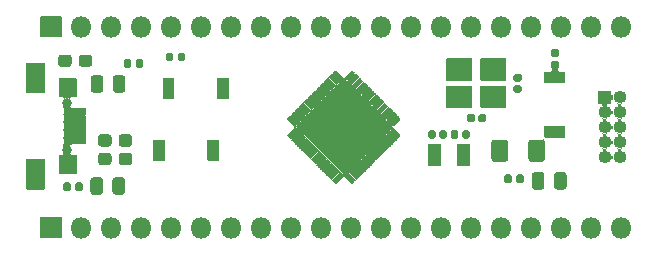
<source format=gbr>
G04 #@! TF.GenerationSoftware,KiCad,Pcbnew,(5.1.8-0-10_14)*
G04 #@! TF.CreationDate,2021-01-18T01:09:24+08:00*
G04 #@! TF.ProjectId,stm32f401_devboard,73746d33-3266-4343-9031-5f646576626f,rev?*
G04 #@! TF.SameCoordinates,Original*
G04 #@! TF.FileFunction,Soldermask,Top*
G04 #@! TF.FilePolarity,Negative*
%FSLAX46Y46*%
G04 Gerber Fmt 4.6, Leading zero omitted, Abs format (unit mm)*
G04 Created by KiCad (PCBNEW (5.1.8-0-10_14)) date 2021-01-18 01:09:24*
%MOMM*%
%LPD*%
G01*
G04 APERTURE LIST*
%ADD10O,1.802000X1.802000*%
%ADD11C,0.802024*%
%ADD12O,1.102000X1.102000*%
%ADD13C,0.100000*%
G04 APERTURE END LIST*
G36*
G01*
X142909000Y-63181756D02*
X142909000Y-61818244D01*
G75*
G02*
X143178244Y-61549000I269244J0D01*
G01*
X144066756Y-61549000D01*
G75*
G02*
X144336000Y-61818244I0J-269244D01*
G01*
X144336000Y-63181756D01*
G75*
G02*
X144066756Y-63451000I-269244J0D01*
G01*
X143178244Y-63451000D01*
G75*
G02*
X142909000Y-63181756I0J269244D01*
G01*
G37*
G36*
G01*
X139784000Y-63181756D02*
X139784000Y-61818244D01*
G75*
G02*
X140053244Y-61549000I269244J0D01*
G01*
X140941756Y-61549000D01*
G75*
G02*
X141211000Y-61818244I0J-269244D01*
G01*
X141211000Y-63181756D01*
G75*
G02*
X140941756Y-63451000I-269244J0D01*
G01*
X140053244Y-63451000D01*
G75*
G02*
X139784000Y-63181756I0J269244D01*
G01*
G37*
G36*
G01*
X145079000Y-65521750D02*
X145079000Y-64558250D01*
G75*
G02*
X145348250Y-64289000I269250J0D01*
G01*
X145886750Y-64289000D01*
G75*
G02*
X146156000Y-64558250I0J-269250D01*
G01*
X146156000Y-65521750D01*
G75*
G02*
X145886750Y-65791000I-269250J0D01*
G01*
X145348250Y-65791000D01*
G75*
G02*
X145079000Y-65521750I0J269250D01*
G01*
G37*
G36*
G01*
X143204000Y-65521750D02*
X143204000Y-64558250D01*
G75*
G02*
X143473250Y-64289000I269250J0D01*
G01*
X144011750Y-64289000D01*
G75*
G02*
X144281000Y-64558250I0J-269250D01*
G01*
X144281000Y-65521750D01*
G75*
G02*
X144011750Y-65791000I-269250J0D01*
G01*
X143473250Y-65791000D01*
G75*
G02*
X143204000Y-65521750I0J269250D01*
G01*
G37*
G36*
G01*
X106931000Y-56348250D02*
X106931000Y-57311750D01*
G75*
G02*
X106661750Y-57581000I-269250J0D01*
G01*
X106123250Y-57581000D01*
G75*
G02*
X105854000Y-57311750I0J269250D01*
G01*
X105854000Y-56348250D01*
G75*
G02*
X106123250Y-56079000I269250J0D01*
G01*
X106661750Y-56079000D01*
G75*
G02*
X106931000Y-56348250I0J-269250D01*
G01*
G37*
G36*
G01*
X108806000Y-56348250D02*
X108806000Y-57311750D01*
G75*
G02*
X108536750Y-57581000I-269250J0D01*
G01*
X107998250Y-57581000D01*
G75*
G02*
X107729000Y-57311750I0J269250D01*
G01*
X107729000Y-56348250D01*
G75*
G02*
X107998250Y-56079000I269250J0D01*
G01*
X108536750Y-56079000D01*
G75*
G02*
X108806000Y-56348250I0J-269250D01*
G01*
G37*
G36*
G01*
X107706500Y-65961750D02*
X107706500Y-64998250D01*
G75*
G02*
X107975750Y-64729000I269250J0D01*
G01*
X108514250Y-64729000D01*
G75*
G02*
X108783500Y-64998250I0J-269250D01*
G01*
X108783500Y-65961750D01*
G75*
G02*
X108514250Y-66231000I-269250J0D01*
G01*
X107975750Y-66231000D01*
G75*
G02*
X107706500Y-65961750I0J269250D01*
G01*
G37*
G36*
G01*
X105831500Y-65961750D02*
X105831500Y-64998250D01*
G75*
G02*
X106100750Y-64729000I269250J0D01*
G01*
X106639250Y-64729000D01*
G75*
G02*
X106908500Y-64998250I0J-269250D01*
G01*
X106908500Y-65961750D01*
G75*
G02*
X106639250Y-66231000I-269250J0D01*
G01*
X106100750Y-66231000D01*
G75*
G02*
X105831500Y-65961750I0J269250D01*
G01*
G37*
G36*
G01*
X116750969Y-61600002D02*
X116750969Y-63299998D01*
G75*
G02*
X116699969Y-63350998I-51000J0D01*
G01*
X115799971Y-63350998D01*
G75*
G02*
X115748971Y-63299998I0J51000D01*
G01*
X115748971Y-61600002D01*
G75*
G02*
X115799971Y-61549002I51000J0D01*
G01*
X116699969Y-61549002D01*
G75*
G02*
X116750969Y-61600002I0J-51000D01*
G01*
G37*
G36*
G01*
X112151029Y-61600002D02*
X112151029Y-63299998D01*
G75*
G02*
X112100029Y-63350998I-51000J0D01*
G01*
X111200031Y-63350998D01*
G75*
G02*
X111149031Y-63299998I0J51000D01*
G01*
X111149031Y-61600002D01*
G75*
G02*
X111200031Y-61549002I51000J0D01*
G01*
X112100029Y-61549002D01*
G75*
G02*
X112151029Y-61600002I0J-51000D01*
G01*
G37*
G36*
G01*
X144310002Y-55789031D02*
X146009998Y-55789031D01*
G75*
G02*
X146060998Y-55840031I0J-51000D01*
G01*
X146060998Y-56740029D01*
G75*
G02*
X146009998Y-56791029I-51000J0D01*
G01*
X144310002Y-56791029D01*
G75*
G02*
X144259002Y-56740029I0J51000D01*
G01*
X144259002Y-55840031D01*
G75*
G02*
X144310002Y-55789031I51000J0D01*
G01*
G37*
G36*
G01*
X144310002Y-60388971D02*
X146009998Y-60388971D01*
G75*
G02*
X146060998Y-60439971I0J-51000D01*
G01*
X146060998Y-61339969D01*
G75*
G02*
X146009998Y-61390969I-51000J0D01*
G01*
X144310002Y-61390969D01*
G75*
G02*
X144259002Y-61339969I0J51000D01*
G01*
X144259002Y-60439971D01*
G75*
G02*
X144310002Y-60388971I51000J0D01*
G01*
G37*
G36*
G01*
X144959500Y-54929000D02*
X145380500Y-54929000D01*
G75*
G02*
X145541000Y-55089500I0J-160500D01*
G01*
X145541000Y-55410500D01*
G75*
G02*
X145380500Y-55571000I-160500J0D01*
G01*
X144959500Y-55571000D01*
G75*
G02*
X144799000Y-55410500I0J160500D01*
G01*
X144799000Y-55089500D01*
G75*
G02*
X144959500Y-54929000I160500J0D01*
G01*
G37*
G36*
G01*
X144959500Y-53909000D02*
X145380500Y-53909000D01*
G75*
G02*
X145541000Y-54069500I0J-160500D01*
G01*
X145541000Y-54390500D01*
G75*
G02*
X145380500Y-54551000I-160500J0D01*
G01*
X144959500Y-54551000D01*
G75*
G02*
X144799000Y-54390500I0J160500D01*
G01*
X144799000Y-54069500D01*
G75*
G02*
X144959500Y-53909000I160500J0D01*
G01*
G37*
G36*
G01*
X141511000Y-64659500D02*
X141511000Y-65080500D01*
G75*
G02*
X141350500Y-65241000I-160500J0D01*
G01*
X141029500Y-65241000D01*
G75*
G02*
X140869000Y-65080500I0J160500D01*
G01*
X140869000Y-64659500D01*
G75*
G02*
X141029500Y-64499000I160500J0D01*
G01*
X141350500Y-64499000D01*
G75*
G02*
X141511000Y-64659500I0J-160500D01*
G01*
G37*
G36*
G01*
X142531000Y-64659500D02*
X142531000Y-65080500D01*
G75*
G02*
X142370500Y-65241000I-160500J0D01*
G01*
X142049500Y-65241000D01*
G75*
G02*
X141889000Y-65080500I0J160500D01*
G01*
X141889000Y-64659500D01*
G75*
G02*
X142049500Y-64499000I160500J0D01*
G01*
X142370500Y-64499000D01*
G75*
G02*
X142531000Y-64659500I0J-160500D01*
G01*
G37*
G36*
G01*
X109674000Y-55310500D02*
X109674000Y-54889500D01*
G75*
G02*
X109834500Y-54729000I160500J0D01*
G01*
X110155500Y-54729000D01*
G75*
G02*
X110316000Y-54889500I0J-160500D01*
G01*
X110316000Y-55310500D01*
G75*
G02*
X110155500Y-55471000I-160500J0D01*
G01*
X109834500Y-55471000D01*
G75*
G02*
X109674000Y-55310500I0J160500D01*
G01*
G37*
G36*
G01*
X108654000Y-55310500D02*
X108654000Y-54889500D01*
G75*
G02*
X108814500Y-54729000I160500J0D01*
G01*
X109135500Y-54729000D01*
G75*
G02*
X109296000Y-54889500I0J-160500D01*
G01*
X109296000Y-55310500D01*
G75*
G02*
X109135500Y-55471000I-160500J0D01*
G01*
X108814500Y-55471000D01*
G75*
G02*
X108654000Y-55310500I0J160500D01*
G01*
G37*
G36*
G01*
X104181000Y-65339500D02*
X104181000Y-65760500D01*
G75*
G02*
X104020500Y-65921000I-160500J0D01*
G01*
X103699500Y-65921000D01*
G75*
G02*
X103539000Y-65760500I0J160500D01*
G01*
X103539000Y-65339500D01*
G75*
G02*
X103699500Y-65179000I160500J0D01*
G01*
X104020500Y-65179000D01*
G75*
G02*
X104181000Y-65339500I0J-160500D01*
G01*
G37*
G36*
G01*
X105201000Y-65339500D02*
X105201000Y-65760500D01*
G75*
G02*
X105040500Y-65921000I-160500J0D01*
G01*
X104719500Y-65921000D01*
G75*
G02*
X104559000Y-65760500I0J160500D01*
G01*
X104559000Y-65339500D01*
G75*
G02*
X104719500Y-65179000I160500J0D01*
G01*
X105040500Y-65179000D01*
G75*
G02*
X105201000Y-65339500I0J-160500D01*
G01*
G37*
G36*
G01*
X112841000Y-54339500D02*
X112841000Y-54760500D01*
G75*
G02*
X112680500Y-54921000I-160500J0D01*
G01*
X112359500Y-54921000D01*
G75*
G02*
X112199000Y-54760500I0J160500D01*
G01*
X112199000Y-54339500D01*
G75*
G02*
X112359500Y-54179000I160500J0D01*
G01*
X112680500Y-54179000D01*
G75*
G02*
X112841000Y-54339500I0J-160500D01*
G01*
G37*
G36*
G01*
X113861000Y-54339500D02*
X113861000Y-54760500D01*
G75*
G02*
X113700500Y-54921000I-160500J0D01*
G01*
X113379500Y-54921000D01*
G75*
G02*
X113219000Y-54760500I0J160500D01*
G01*
X113219000Y-54339500D01*
G75*
G02*
X113379500Y-54179000I160500J0D01*
G01*
X113700500Y-54179000D01*
G75*
G02*
X113861000Y-54339500I0J-160500D01*
G01*
G37*
G36*
G01*
X135071000Y-60924500D02*
X135071000Y-61315500D01*
G75*
G02*
X134905500Y-61481000I-165500J0D01*
G01*
X134574500Y-61481000D01*
G75*
G02*
X134409000Y-61315500I0J165500D01*
G01*
X134409000Y-60924500D01*
G75*
G02*
X134574500Y-60759000I165500J0D01*
G01*
X134905500Y-60759000D01*
G75*
G02*
X135071000Y-60924500I0J-165500D01*
G01*
G37*
G36*
G01*
X136031000Y-60924500D02*
X136031000Y-61315500D01*
G75*
G02*
X135865500Y-61481000I-165500J0D01*
G01*
X135534500Y-61481000D01*
G75*
G02*
X135369000Y-61315500I0J165500D01*
G01*
X135369000Y-60924500D01*
G75*
G02*
X135534500Y-60759000I165500J0D01*
G01*
X135865500Y-60759000D01*
G75*
G02*
X136031000Y-60924500I0J-165500D01*
G01*
G37*
G36*
G01*
X137299000Y-61315500D02*
X137299000Y-60924500D01*
G75*
G02*
X137464500Y-60759000I165500J0D01*
G01*
X137795500Y-60759000D01*
G75*
G02*
X137961000Y-60924500I0J-165500D01*
G01*
X137961000Y-61315500D01*
G75*
G02*
X137795500Y-61481000I-165500J0D01*
G01*
X137464500Y-61481000D01*
G75*
G02*
X137299000Y-61315500I0J165500D01*
G01*
G37*
G36*
G01*
X136339000Y-61315500D02*
X136339000Y-60924500D01*
G75*
G02*
X136504500Y-60759000I165500J0D01*
G01*
X136835500Y-60759000D01*
G75*
G02*
X137001000Y-60924500I0J-165500D01*
G01*
X137001000Y-61315500D01*
G75*
G02*
X136835500Y-61481000I-165500J0D01*
G01*
X136504500Y-61481000D01*
G75*
G02*
X136339000Y-61315500I0J165500D01*
G01*
G37*
G36*
G01*
X142205500Y-56641000D02*
X141814500Y-56641000D01*
G75*
G02*
X141649000Y-56475500I0J165500D01*
G01*
X141649000Y-56144500D01*
G75*
G02*
X141814500Y-55979000I165500J0D01*
G01*
X142205500Y-55979000D01*
G75*
G02*
X142371000Y-56144500I0J-165500D01*
G01*
X142371000Y-56475500D01*
G75*
G02*
X142205500Y-56641000I-165500J0D01*
G01*
G37*
G36*
G01*
X142205500Y-57601000D02*
X141814500Y-57601000D01*
G75*
G02*
X141649000Y-57435500I0J165500D01*
G01*
X141649000Y-57104500D01*
G75*
G02*
X141814500Y-56939000I165500J0D01*
G01*
X142205500Y-56939000D01*
G75*
G02*
X142371000Y-57104500I0J-165500D01*
G01*
X142371000Y-57435500D01*
G75*
G02*
X142205500Y-57601000I-165500J0D01*
G01*
G37*
G36*
G01*
X138381000Y-59524500D02*
X138381000Y-59915500D01*
G75*
G02*
X138215500Y-60081000I-165500J0D01*
G01*
X137884500Y-60081000D01*
G75*
G02*
X137719000Y-59915500I0J165500D01*
G01*
X137719000Y-59524500D01*
G75*
G02*
X137884500Y-59359000I165500J0D01*
G01*
X138215500Y-59359000D01*
G75*
G02*
X138381000Y-59524500I0J-165500D01*
G01*
G37*
G36*
G01*
X139341000Y-59524500D02*
X139341000Y-59915500D01*
G75*
G02*
X139175500Y-60081000I-165500J0D01*
G01*
X138844500Y-60081000D01*
G75*
G02*
X138679000Y-59915500I0J165500D01*
G01*
X138679000Y-59524500D01*
G75*
G02*
X138844500Y-59359000I165500J0D01*
G01*
X139175500Y-59359000D01*
G75*
G02*
X139341000Y-59524500I0J-165500D01*
G01*
G37*
D10*
X150760000Y-69000000D03*
X148220000Y-69000000D03*
X145680000Y-69000000D03*
X143140000Y-69000000D03*
X140600000Y-69000000D03*
X138060000Y-69000000D03*
X135520000Y-69000000D03*
X132980000Y-69000000D03*
X130440000Y-69000000D03*
X127900000Y-69000000D03*
X125360000Y-69000000D03*
X122820000Y-69000000D03*
X120280000Y-69000000D03*
X117740000Y-69000000D03*
X115200000Y-69000000D03*
X112660000Y-69000000D03*
X110120000Y-69000000D03*
X107580000Y-69000000D03*
X105040000Y-69000000D03*
G36*
G01*
X103350000Y-69901000D02*
X101650000Y-69901000D01*
G75*
G02*
X101599000Y-69850000I0J51000D01*
G01*
X101599000Y-68150000D01*
G75*
G02*
X101650000Y-68099000I51000J0D01*
G01*
X103350000Y-68099000D01*
G75*
G02*
X103401000Y-68150000I0J-51000D01*
G01*
X103401000Y-69850000D01*
G75*
G02*
X103350000Y-69901000I-51000J0D01*
G01*
G37*
X150760000Y-52000000D03*
X148220000Y-52000000D03*
X145680000Y-52000000D03*
X143140000Y-52000000D03*
X140600000Y-52000000D03*
X138060000Y-52000000D03*
X135520000Y-52000000D03*
X132980000Y-52000000D03*
X130440000Y-52000000D03*
X127900000Y-52000000D03*
X125360000Y-52000000D03*
X122820000Y-52000000D03*
X120280000Y-52000000D03*
X117740000Y-52000000D03*
X115200000Y-52000000D03*
X112660000Y-52000000D03*
X110120000Y-52000000D03*
X107580000Y-52000000D03*
X105040000Y-52000000D03*
G36*
G01*
X103350000Y-52901000D02*
X101650000Y-52901000D01*
G75*
G02*
X101599000Y-52850000I0J51000D01*
G01*
X101599000Y-51150000D01*
G75*
G02*
X101650000Y-51099000I51000J0D01*
G01*
X103350000Y-51099000D01*
G75*
G02*
X103401000Y-51150000I0J-51000D01*
G01*
X103401000Y-52850000D01*
G75*
G02*
X103350000Y-52901000I-51000J0D01*
G01*
G37*
G36*
G01*
X111949031Y-58049998D02*
X111949031Y-56350002D01*
G75*
G02*
X112000031Y-56299002I51000J0D01*
G01*
X112900029Y-56299002D01*
G75*
G02*
X112951029Y-56350002I0J-51000D01*
G01*
X112951029Y-58049998D01*
G75*
G02*
X112900029Y-58100998I-51000J0D01*
G01*
X112000031Y-58100998D01*
G75*
G02*
X111949031Y-58049998I0J51000D01*
G01*
G37*
G36*
G01*
X116548971Y-58049998D02*
X116548971Y-56350002D01*
G75*
G02*
X116599971Y-56299002I51000J0D01*
G01*
X117499969Y-56299002D01*
G75*
G02*
X117550969Y-56350002I0J-51000D01*
G01*
X117550969Y-58049998D01*
G75*
G02*
X117499969Y-58100998I-51000J0D01*
G01*
X116599971Y-58100998D01*
G75*
G02*
X116548971Y-58049998I0J51000D01*
G01*
G37*
G36*
G01*
X104630540Y-57951068D02*
X103230492Y-57951068D01*
G75*
G02*
X103179492Y-57900068I0J51000D01*
G01*
X103179492Y-56400072D01*
G75*
G02*
X103230492Y-56349072I51000J0D01*
G01*
X104630540Y-56349072D01*
G75*
G02*
X104681540Y-56400072I0J-51000D01*
G01*
X104681540Y-57900068D01*
G75*
G02*
X104630540Y-57951068I-51000J0D01*
G01*
G37*
G36*
G01*
X104630540Y-64450928D02*
X103230492Y-64450928D01*
G75*
G02*
X103179492Y-64399928I0J51000D01*
G01*
X103179492Y-62899932D01*
G75*
G02*
X103230492Y-62848932I51000J0D01*
G01*
X104630540Y-62848932D01*
G75*
G02*
X104681540Y-62899932I0J-51000D01*
G01*
X104681540Y-64399928D01*
G75*
G02*
X104630540Y-64450928I-51000J0D01*
G01*
G37*
G36*
G01*
X100439604Y-55024078D02*
X101939600Y-55024078D01*
G75*
G02*
X101990600Y-55075078I0J-51000D01*
G01*
X101990600Y-57575078D01*
G75*
G02*
X101939600Y-57626078I-51000J0D01*
G01*
X100439604Y-57626078D01*
G75*
G02*
X100388604Y-57575078I0J51000D01*
G01*
X100388604Y-55075078D01*
G75*
G02*
X100439604Y-55024078I51000J0D01*
G01*
G37*
G36*
G01*
X100388604Y-65724922D02*
X100388604Y-63224922D01*
G75*
G02*
X100439604Y-63173922I51000J0D01*
G01*
X101939600Y-63173922D01*
G75*
G02*
X101990600Y-63224922I0J-51000D01*
G01*
X101990600Y-65724922D01*
G75*
G02*
X101939600Y-65775922I-51000J0D01*
G01*
X100439604Y-65775922D01*
G75*
G02*
X100388604Y-65724922I0J51000D01*
G01*
G37*
G36*
G01*
X105461650Y-58903585D02*
X105461650Y-59303583D01*
G75*
G02*
X105410650Y-59354583I-51000J0D01*
G01*
X103610654Y-59354583D01*
G75*
G02*
X103559654Y-59303583I0J51000D01*
G01*
X103559654Y-58903585D01*
G75*
G02*
X103610654Y-58852585I51000J0D01*
G01*
X105410650Y-58852585D01*
G75*
G02*
X105461650Y-58903585I0J-51000D01*
G01*
G37*
G36*
G01*
X105461650Y-59553825D02*
X105461650Y-59953823D01*
G75*
G02*
X105410650Y-60004823I-51000J0D01*
G01*
X103610654Y-60004823D01*
G75*
G02*
X103559654Y-59953823I0J51000D01*
G01*
X103559654Y-59553825D01*
G75*
G02*
X103610654Y-59502825I51000J0D01*
G01*
X105410650Y-59502825D01*
G75*
G02*
X105461650Y-59553825I0J-51000D01*
G01*
G37*
G36*
G01*
X105461650Y-60204065D02*
X105461650Y-60604063D01*
G75*
G02*
X105410650Y-60655063I-51000J0D01*
G01*
X103610654Y-60655063D01*
G75*
G02*
X103559654Y-60604063I0J51000D01*
G01*
X103559654Y-60204065D01*
G75*
G02*
X103610654Y-60153065I51000J0D01*
G01*
X105410650Y-60153065D01*
G75*
G02*
X105461650Y-60204065I0J-51000D01*
G01*
G37*
G36*
G01*
X105461650Y-60854305D02*
X105461650Y-61254303D01*
G75*
G02*
X105410650Y-61305303I-51000J0D01*
G01*
X103610654Y-61305303D01*
G75*
G02*
X103559654Y-61254303I0J51000D01*
G01*
X103559654Y-60854305D01*
G75*
G02*
X103610654Y-60803305I51000J0D01*
G01*
X105410650Y-60803305D01*
G75*
G02*
X105461650Y-60854305I0J-51000D01*
G01*
G37*
G36*
G01*
X105461650Y-61504545D02*
X105461650Y-61904543D01*
G75*
G02*
X105410650Y-61955543I-51000J0D01*
G01*
X103610654Y-61955543D01*
G75*
G02*
X103559654Y-61904543I0J51000D01*
G01*
X103559654Y-61504545D01*
G75*
G02*
X103610654Y-61453545I51000J0D01*
G01*
X105410650Y-61453545D01*
G75*
G02*
X105461650Y-61504545I0J-51000D01*
G01*
G37*
D11*
X103849236Y-58406100D03*
X103849236Y-62404060D03*
G36*
G01*
X134409000Y-63740000D02*
X134409000Y-61940000D01*
G75*
G02*
X134460000Y-61889000I51000J0D01*
G01*
X135460000Y-61889000D01*
G75*
G02*
X135511000Y-61940000I0J-51000D01*
G01*
X135511000Y-63740000D01*
G75*
G02*
X135460000Y-63791000I-51000J0D01*
G01*
X134460000Y-63791000D01*
G75*
G02*
X134409000Y-63740000I0J51000D01*
G01*
G37*
G36*
G01*
X136909000Y-63740000D02*
X136909000Y-61940000D01*
G75*
G02*
X136960000Y-61889000I51000J0D01*
G01*
X137960000Y-61889000D01*
G75*
G02*
X138011000Y-61940000I0J-51000D01*
G01*
X138011000Y-63740000D01*
G75*
G02*
X137960000Y-63791000I-51000J0D01*
G01*
X136960000Y-63791000D01*
G75*
G02*
X136909000Y-63740000I0J51000D01*
G01*
G37*
G36*
G01*
X135959000Y-56520000D02*
X135959000Y-54720000D01*
G75*
G02*
X136010000Y-54669000I51000J0D01*
G01*
X138110000Y-54669000D01*
G75*
G02*
X138161000Y-54720000I0J-51000D01*
G01*
X138161000Y-56520000D01*
G75*
G02*
X138110000Y-56571000I-51000J0D01*
G01*
X136010000Y-56571000D01*
G75*
G02*
X135959000Y-56520000I0J51000D01*
G01*
G37*
G36*
G01*
X138859000Y-56520000D02*
X138859000Y-54720000D01*
G75*
G02*
X138910000Y-54669000I51000J0D01*
G01*
X141010000Y-54669000D01*
G75*
G02*
X141061000Y-54720000I0J-51000D01*
G01*
X141061000Y-56520000D01*
G75*
G02*
X141010000Y-56571000I-51000J0D01*
G01*
X138910000Y-56571000D01*
G75*
G02*
X138859000Y-56520000I0J51000D01*
G01*
G37*
G36*
G01*
X138859000Y-58820000D02*
X138859000Y-57020000D01*
G75*
G02*
X138910000Y-56969000I51000J0D01*
G01*
X141010000Y-56969000D01*
G75*
G02*
X141061000Y-57020000I0J-51000D01*
G01*
X141061000Y-58820000D01*
G75*
G02*
X141010000Y-58871000I-51000J0D01*
G01*
X138910000Y-58871000D01*
G75*
G02*
X138859000Y-58820000I0J51000D01*
G01*
G37*
G36*
G01*
X135959000Y-58820000D02*
X135959000Y-57020000D01*
G75*
G02*
X136010000Y-56969000I51000J0D01*
G01*
X138110000Y-56969000D01*
G75*
G02*
X138161000Y-57020000I0J-51000D01*
G01*
X138161000Y-58820000D01*
G75*
G02*
X138110000Y-58871000I-51000J0D01*
G01*
X136010000Y-58871000D01*
G75*
G02*
X135959000Y-58820000I0J51000D01*
G01*
G37*
D12*
X149365000Y-63040000D03*
X150635000Y-63040000D03*
X149365000Y-61770000D03*
X150635000Y-61770000D03*
X149365000Y-60500000D03*
X150635000Y-60500000D03*
X149365000Y-59230000D03*
X150635000Y-59230000D03*
X150635000Y-57960000D03*
G36*
G01*
X148814000Y-58460000D02*
X148814000Y-57460000D01*
G75*
G02*
X148865000Y-57409000I51000J0D01*
G01*
X149865000Y-57409000D01*
G75*
G02*
X149916000Y-57460000I0J-51000D01*
G01*
X149916000Y-58460000D01*
G75*
G02*
X149865000Y-58511000I-51000J0D01*
G01*
X148865000Y-58511000D01*
G75*
G02*
X148814000Y-58460000I0J51000D01*
G01*
G37*
G36*
G01*
X127336062Y-56504140D02*
X131295860Y-60463938D01*
G75*
G02*
X131295860Y-60536062I-36062J-36062D01*
G01*
X127336062Y-64495860D01*
G75*
G02*
X127263938Y-64495860I-36062J36062D01*
G01*
X123304140Y-60536062D01*
G75*
G02*
X123304140Y-60463938I36062J36062D01*
G01*
X127263938Y-56504140D01*
G75*
G02*
X127336062Y-56504140I36062J-36062D01*
G01*
G37*
G36*
G01*
X131516477Y-60578489D02*
X132082870Y-61144882D01*
G75*
G02*
X132082870Y-61269332I-62225J-62225D01*
G01*
X131958419Y-61393783D01*
G75*
G02*
X131833969Y-61393783I-62225J62225D01*
G01*
X131267576Y-60827390D01*
G75*
G02*
X131267576Y-60702940I62225J62225D01*
G01*
X131392027Y-60578489D01*
G75*
G02*
X131516477Y-60578489I62225J-62225D01*
G01*
G37*
G36*
G01*
X131162924Y-60932042D02*
X131729317Y-61498435D01*
G75*
G02*
X131729317Y-61622885I-62225J-62225D01*
G01*
X131604866Y-61747336D01*
G75*
G02*
X131480416Y-61747336I-62225J62225D01*
G01*
X130914023Y-61180943D01*
G75*
G02*
X130914023Y-61056493I62225J62225D01*
G01*
X131038474Y-60932042D01*
G75*
G02*
X131162924Y-60932042I62225J-62225D01*
G01*
G37*
G36*
G01*
X130809370Y-61285596D02*
X131375763Y-61851989D01*
G75*
G02*
X131375763Y-61976439I-62225J-62225D01*
G01*
X131251312Y-62100890D01*
G75*
G02*
X131126862Y-62100890I-62225J62225D01*
G01*
X130560469Y-61534497D01*
G75*
G02*
X130560469Y-61410047I62225J62225D01*
G01*
X130684920Y-61285596D01*
G75*
G02*
X130809370Y-61285596I62225J-62225D01*
G01*
G37*
G36*
G01*
X130455817Y-61639149D02*
X131022210Y-62205542D01*
G75*
G02*
X131022210Y-62329992I-62225J-62225D01*
G01*
X130897759Y-62454443D01*
G75*
G02*
X130773309Y-62454443I-62225J62225D01*
G01*
X130206916Y-61888050D01*
G75*
G02*
X130206916Y-61763600I62225J62225D01*
G01*
X130331367Y-61639149D01*
G75*
G02*
X130455817Y-61639149I62225J-62225D01*
G01*
G37*
G36*
G01*
X130102264Y-61992702D02*
X130668657Y-62559095D01*
G75*
G02*
X130668657Y-62683545I-62225J-62225D01*
G01*
X130544206Y-62807996D01*
G75*
G02*
X130419756Y-62807996I-62225J62225D01*
G01*
X129853363Y-62241603D01*
G75*
G02*
X129853363Y-62117153I62225J62225D01*
G01*
X129977814Y-61992702D01*
G75*
G02*
X130102264Y-61992702I62225J-62225D01*
G01*
G37*
G36*
G01*
X129748710Y-62346256D02*
X130315103Y-62912649D01*
G75*
G02*
X130315103Y-63037099I-62225J-62225D01*
G01*
X130190652Y-63161550D01*
G75*
G02*
X130066202Y-63161550I-62225J62225D01*
G01*
X129499809Y-62595157D01*
G75*
G02*
X129499809Y-62470707I62225J62225D01*
G01*
X129624260Y-62346256D01*
G75*
G02*
X129748710Y-62346256I62225J-62225D01*
G01*
G37*
G36*
G01*
X129395157Y-62699809D02*
X129961550Y-63266202D01*
G75*
G02*
X129961550Y-63390652I-62225J-62225D01*
G01*
X129837099Y-63515103D01*
G75*
G02*
X129712649Y-63515103I-62225J62225D01*
G01*
X129146256Y-62948710D01*
G75*
G02*
X129146256Y-62824260I62225J62225D01*
G01*
X129270707Y-62699809D01*
G75*
G02*
X129395157Y-62699809I62225J-62225D01*
G01*
G37*
G36*
G01*
X129041603Y-63053363D02*
X129607996Y-63619756D01*
G75*
G02*
X129607996Y-63744206I-62225J-62225D01*
G01*
X129483545Y-63868657D01*
G75*
G02*
X129359095Y-63868657I-62225J62225D01*
G01*
X128792702Y-63302264D01*
G75*
G02*
X128792702Y-63177814I62225J62225D01*
G01*
X128917153Y-63053363D01*
G75*
G02*
X129041603Y-63053363I62225J-62225D01*
G01*
G37*
G36*
G01*
X128688050Y-63406916D02*
X129254443Y-63973309D01*
G75*
G02*
X129254443Y-64097759I-62225J-62225D01*
G01*
X129129992Y-64222210D01*
G75*
G02*
X129005542Y-64222210I-62225J62225D01*
G01*
X128439149Y-63655817D01*
G75*
G02*
X128439149Y-63531367I62225J62225D01*
G01*
X128563600Y-63406916D01*
G75*
G02*
X128688050Y-63406916I62225J-62225D01*
G01*
G37*
G36*
G01*
X128334497Y-63760469D02*
X128900890Y-64326862D01*
G75*
G02*
X128900890Y-64451312I-62225J-62225D01*
G01*
X128776439Y-64575763D01*
G75*
G02*
X128651989Y-64575763I-62225J62225D01*
G01*
X128085596Y-64009370D01*
G75*
G02*
X128085596Y-63884920I62225J62225D01*
G01*
X128210047Y-63760469D01*
G75*
G02*
X128334497Y-63760469I62225J-62225D01*
G01*
G37*
G36*
G01*
X127980943Y-64114023D02*
X128547336Y-64680416D01*
G75*
G02*
X128547336Y-64804866I-62225J-62225D01*
G01*
X128422885Y-64929317D01*
G75*
G02*
X128298435Y-64929317I-62225J62225D01*
G01*
X127732042Y-64362924D01*
G75*
G02*
X127732042Y-64238474I62225J62225D01*
G01*
X127856493Y-64114023D01*
G75*
G02*
X127980943Y-64114023I62225J-62225D01*
G01*
G37*
G36*
G01*
X127627390Y-64467576D02*
X128193783Y-65033969D01*
G75*
G02*
X128193783Y-65158419I-62225J-62225D01*
G01*
X128069332Y-65282870D01*
G75*
G02*
X127944882Y-65282870I-62225J62225D01*
G01*
X127378489Y-64716477D01*
G75*
G02*
X127378489Y-64592027I62225J62225D01*
G01*
X127502940Y-64467576D01*
G75*
G02*
X127627390Y-64467576I62225J-62225D01*
G01*
G37*
G36*
G01*
X127097060Y-64467576D02*
X127221511Y-64592027D01*
G75*
G02*
X127221511Y-64716477I-62225J-62225D01*
G01*
X126655118Y-65282870D01*
G75*
G02*
X126530668Y-65282870I-62225J62225D01*
G01*
X126406217Y-65158419D01*
G75*
G02*
X126406217Y-65033969I62225J62225D01*
G01*
X126972610Y-64467576D01*
G75*
G02*
X127097060Y-64467576I62225J-62225D01*
G01*
G37*
G36*
G01*
X126743507Y-64114023D02*
X126867958Y-64238474D01*
G75*
G02*
X126867958Y-64362924I-62225J-62225D01*
G01*
X126301565Y-64929317D01*
G75*
G02*
X126177115Y-64929317I-62225J62225D01*
G01*
X126052664Y-64804866D01*
G75*
G02*
X126052664Y-64680416I62225J62225D01*
G01*
X126619057Y-64114023D01*
G75*
G02*
X126743507Y-64114023I62225J-62225D01*
G01*
G37*
G36*
G01*
X126389953Y-63760469D02*
X126514404Y-63884920D01*
G75*
G02*
X126514404Y-64009370I-62225J-62225D01*
G01*
X125948011Y-64575763D01*
G75*
G02*
X125823561Y-64575763I-62225J62225D01*
G01*
X125699110Y-64451312D01*
G75*
G02*
X125699110Y-64326862I62225J62225D01*
G01*
X126265503Y-63760469D01*
G75*
G02*
X126389953Y-63760469I62225J-62225D01*
G01*
G37*
G36*
G01*
X126036400Y-63406916D02*
X126160851Y-63531367D01*
G75*
G02*
X126160851Y-63655817I-62225J-62225D01*
G01*
X125594458Y-64222210D01*
G75*
G02*
X125470008Y-64222210I-62225J62225D01*
G01*
X125345557Y-64097759D01*
G75*
G02*
X125345557Y-63973309I62225J62225D01*
G01*
X125911950Y-63406916D01*
G75*
G02*
X126036400Y-63406916I62225J-62225D01*
G01*
G37*
G36*
G01*
X125682847Y-63053363D02*
X125807298Y-63177814D01*
G75*
G02*
X125807298Y-63302264I-62225J-62225D01*
G01*
X125240905Y-63868657D01*
G75*
G02*
X125116455Y-63868657I-62225J62225D01*
G01*
X124992004Y-63744206D01*
G75*
G02*
X124992004Y-63619756I62225J62225D01*
G01*
X125558397Y-63053363D01*
G75*
G02*
X125682847Y-63053363I62225J-62225D01*
G01*
G37*
G36*
G01*
X125329293Y-62699809D02*
X125453744Y-62824260D01*
G75*
G02*
X125453744Y-62948710I-62225J-62225D01*
G01*
X124887351Y-63515103D01*
G75*
G02*
X124762901Y-63515103I-62225J62225D01*
G01*
X124638450Y-63390652D01*
G75*
G02*
X124638450Y-63266202I62225J62225D01*
G01*
X125204843Y-62699809D01*
G75*
G02*
X125329293Y-62699809I62225J-62225D01*
G01*
G37*
G36*
G01*
X124975740Y-62346256D02*
X125100191Y-62470707D01*
G75*
G02*
X125100191Y-62595157I-62225J-62225D01*
G01*
X124533798Y-63161550D01*
G75*
G02*
X124409348Y-63161550I-62225J62225D01*
G01*
X124284897Y-63037099D01*
G75*
G02*
X124284897Y-62912649I62225J62225D01*
G01*
X124851290Y-62346256D01*
G75*
G02*
X124975740Y-62346256I62225J-62225D01*
G01*
G37*
G36*
G01*
X124622186Y-61992702D02*
X124746637Y-62117153D01*
G75*
G02*
X124746637Y-62241603I-62225J-62225D01*
G01*
X124180244Y-62807996D01*
G75*
G02*
X124055794Y-62807996I-62225J62225D01*
G01*
X123931343Y-62683545D01*
G75*
G02*
X123931343Y-62559095I62225J62225D01*
G01*
X124497736Y-61992702D01*
G75*
G02*
X124622186Y-61992702I62225J-62225D01*
G01*
G37*
G36*
G01*
X124268633Y-61639149D02*
X124393084Y-61763600D01*
G75*
G02*
X124393084Y-61888050I-62225J-62225D01*
G01*
X123826691Y-62454443D01*
G75*
G02*
X123702241Y-62454443I-62225J62225D01*
G01*
X123577790Y-62329992D01*
G75*
G02*
X123577790Y-62205542I62225J62225D01*
G01*
X124144183Y-61639149D01*
G75*
G02*
X124268633Y-61639149I62225J-62225D01*
G01*
G37*
G36*
G01*
X123915080Y-61285596D02*
X124039531Y-61410047D01*
G75*
G02*
X124039531Y-61534497I-62225J-62225D01*
G01*
X123473138Y-62100890D01*
G75*
G02*
X123348688Y-62100890I-62225J62225D01*
G01*
X123224237Y-61976439D01*
G75*
G02*
X123224237Y-61851989I62225J62225D01*
G01*
X123790630Y-61285596D01*
G75*
G02*
X123915080Y-61285596I62225J-62225D01*
G01*
G37*
G36*
G01*
X123561526Y-60932042D02*
X123685977Y-61056493D01*
G75*
G02*
X123685977Y-61180943I-62225J-62225D01*
G01*
X123119584Y-61747336D01*
G75*
G02*
X122995134Y-61747336I-62225J62225D01*
G01*
X122870683Y-61622885D01*
G75*
G02*
X122870683Y-61498435I62225J62225D01*
G01*
X123437076Y-60932042D01*
G75*
G02*
X123561526Y-60932042I62225J-62225D01*
G01*
G37*
G36*
G01*
X123207973Y-60578489D02*
X123332424Y-60702940D01*
G75*
G02*
X123332424Y-60827390I-62225J-62225D01*
G01*
X122766031Y-61393783D01*
G75*
G02*
X122641581Y-61393783I-62225J62225D01*
G01*
X122517130Y-61269332D01*
G75*
G02*
X122517130Y-61144882I62225J62225D01*
G01*
X123083523Y-60578489D01*
G75*
G02*
X123207973Y-60578489I62225J-62225D01*
G01*
G37*
G36*
G01*
X122766031Y-59606217D02*
X123332424Y-60172610D01*
G75*
G02*
X123332424Y-60297060I-62225J-62225D01*
G01*
X123207973Y-60421511D01*
G75*
G02*
X123083523Y-60421511I-62225J62225D01*
G01*
X122517130Y-59855118D01*
G75*
G02*
X122517130Y-59730668I62225J62225D01*
G01*
X122641581Y-59606217D01*
G75*
G02*
X122766031Y-59606217I62225J-62225D01*
G01*
G37*
G36*
G01*
X123119584Y-59252664D02*
X123685977Y-59819057D01*
G75*
G02*
X123685977Y-59943507I-62225J-62225D01*
G01*
X123561526Y-60067958D01*
G75*
G02*
X123437076Y-60067958I-62225J62225D01*
G01*
X122870683Y-59501565D01*
G75*
G02*
X122870683Y-59377115I62225J62225D01*
G01*
X122995134Y-59252664D01*
G75*
G02*
X123119584Y-59252664I62225J-62225D01*
G01*
G37*
G36*
G01*
X123473138Y-58899110D02*
X124039531Y-59465503D01*
G75*
G02*
X124039531Y-59589953I-62225J-62225D01*
G01*
X123915080Y-59714404D01*
G75*
G02*
X123790630Y-59714404I-62225J62225D01*
G01*
X123224237Y-59148011D01*
G75*
G02*
X123224237Y-59023561I62225J62225D01*
G01*
X123348688Y-58899110D01*
G75*
G02*
X123473138Y-58899110I62225J-62225D01*
G01*
G37*
G36*
G01*
X123826691Y-58545557D02*
X124393084Y-59111950D01*
G75*
G02*
X124393084Y-59236400I-62225J-62225D01*
G01*
X124268633Y-59360851D01*
G75*
G02*
X124144183Y-59360851I-62225J62225D01*
G01*
X123577790Y-58794458D01*
G75*
G02*
X123577790Y-58670008I62225J62225D01*
G01*
X123702241Y-58545557D01*
G75*
G02*
X123826691Y-58545557I62225J-62225D01*
G01*
G37*
G36*
G01*
X124180244Y-58192004D02*
X124746637Y-58758397D01*
G75*
G02*
X124746637Y-58882847I-62225J-62225D01*
G01*
X124622186Y-59007298D01*
G75*
G02*
X124497736Y-59007298I-62225J62225D01*
G01*
X123931343Y-58440905D01*
G75*
G02*
X123931343Y-58316455I62225J62225D01*
G01*
X124055794Y-58192004D01*
G75*
G02*
X124180244Y-58192004I62225J-62225D01*
G01*
G37*
G36*
G01*
X124533798Y-57838450D02*
X125100191Y-58404843D01*
G75*
G02*
X125100191Y-58529293I-62225J-62225D01*
G01*
X124975740Y-58653744D01*
G75*
G02*
X124851290Y-58653744I-62225J62225D01*
G01*
X124284897Y-58087351D01*
G75*
G02*
X124284897Y-57962901I62225J62225D01*
G01*
X124409348Y-57838450D01*
G75*
G02*
X124533798Y-57838450I62225J-62225D01*
G01*
G37*
G36*
G01*
X124887351Y-57484897D02*
X125453744Y-58051290D01*
G75*
G02*
X125453744Y-58175740I-62225J-62225D01*
G01*
X125329293Y-58300191D01*
G75*
G02*
X125204843Y-58300191I-62225J62225D01*
G01*
X124638450Y-57733798D01*
G75*
G02*
X124638450Y-57609348I62225J62225D01*
G01*
X124762901Y-57484897D01*
G75*
G02*
X124887351Y-57484897I62225J-62225D01*
G01*
G37*
G36*
G01*
X125240905Y-57131343D02*
X125807298Y-57697736D01*
G75*
G02*
X125807298Y-57822186I-62225J-62225D01*
G01*
X125682847Y-57946637D01*
G75*
G02*
X125558397Y-57946637I-62225J62225D01*
G01*
X124992004Y-57380244D01*
G75*
G02*
X124992004Y-57255794I62225J62225D01*
G01*
X125116455Y-57131343D01*
G75*
G02*
X125240905Y-57131343I62225J-62225D01*
G01*
G37*
G36*
G01*
X125594458Y-56777790D02*
X126160851Y-57344183D01*
G75*
G02*
X126160851Y-57468633I-62225J-62225D01*
G01*
X126036400Y-57593084D01*
G75*
G02*
X125911950Y-57593084I-62225J62225D01*
G01*
X125345557Y-57026691D01*
G75*
G02*
X125345557Y-56902241I62225J62225D01*
G01*
X125470008Y-56777790D01*
G75*
G02*
X125594458Y-56777790I62225J-62225D01*
G01*
G37*
G36*
G01*
X125948011Y-56424237D02*
X126514404Y-56990630D01*
G75*
G02*
X126514404Y-57115080I-62225J-62225D01*
G01*
X126389953Y-57239531D01*
G75*
G02*
X126265503Y-57239531I-62225J62225D01*
G01*
X125699110Y-56673138D01*
G75*
G02*
X125699110Y-56548688I62225J62225D01*
G01*
X125823561Y-56424237D01*
G75*
G02*
X125948011Y-56424237I62225J-62225D01*
G01*
G37*
G36*
G01*
X126301565Y-56070683D02*
X126867958Y-56637076D01*
G75*
G02*
X126867958Y-56761526I-62225J-62225D01*
G01*
X126743507Y-56885977D01*
G75*
G02*
X126619057Y-56885977I-62225J62225D01*
G01*
X126052664Y-56319584D01*
G75*
G02*
X126052664Y-56195134I62225J62225D01*
G01*
X126177115Y-56070683D01*
G75*
G02*
X126301565Y-56070683I62225J-62225D01*
G01*
G37*
G36*
G01*
X126655118Y-55717130D02*
X127221511Y-56283523D01*
G75*
G02*
X127221511Y-56407973I-62225J-62225D01*
G01*
X127097060Y-56532424D01*
G75*
G02*
X126972610Y-56532424I-62225J62225D01*
G01*
X126406217Y-55966031D01*
G75*
G02*
X126406217Y-55841581I62225J62225D01*
G01*
X126530668Y-55717130D01*
G75*
G02*
X126655118Y-55717130I62225J-62225D01*
G01*
G37*
G36*
G01*
X128069332Y-55717130D02*
X128193783Y-55841581D01*
G75*
G02*
X128193783Y-55966031I-62225J-62225D01*
G01*
X127627390Y-56532424D01*
G75*
G02*
X127502940Y-56532424I-62225J62225D01*
G01*
X127378489Y-56407973D01*
G75*
G02*
X127378489Y-56283523I62225J62225D01*
G01*
X127944882Y-55717130D01*
G75*
G02*
X128069332Y-55717130I62225J-62225D01*
G01*
G37*
G36*
G01*
X128422885Y-56070683D02*
X128547336Y-56195134D01*
G75*
G02*
X128547336Y-56319584I-62225J-62225D01*
G01*
X127980943Y-56885977D01*
G75*
G02*
X127856493Y-56885977I-62225J62225D01*
G01*
X127732042Y-56761526D01*
G75*
G02*
X127732042Y-56637076I62225J62225D01*
G01*
X128298435Y-56070683D01*
G75*
G02*
X128422885Y-56070683I62225J-62225D01*
G01*
G37*
G36*
G01*
X128776439Y-56424237D02*
X128900890Y-56548688D01*
G75*
G02*
X128900890Y-56673138I-62225J-62225D01*
G01*
X128334497Y-57239531D01*
G75*
G02*
X128210047Y-57239531I-62225J62225D01*
G01*
X128085596Y-57115080D01*
G75*
G02*
X128085596Y-56990630I62225J62225D01*
G01*
X128651989Y-56424237D01*
G75*
G02*
X128776439Y-56424237I62225J-62225D01*
G01*
G37*
G36*
G01*
X129129992Y-56777790D02*
X129254443Y-56902241D01*
G75*
G02*
X129254443Y-57026691I-62225J-62225D01*
G01*
X128688050Y-57593084D01*
G75*
G02*
X128563600Y-57593084I-62225J62225D01*
G01*
X128439149Y-57468633D01*
G75*
G02*
X128439149Y-57344183I62225J62225D01*
G01*
X129005542Y-56777790D01*
G75*
G02*
X129129992Y-56777790I62225J-62225D01*
G01*
G37*
G36*
G01*
X129483545Y-57131343D02*
X129607996Y-57255794D01*
G75*
G02*
X129607996Y-57380244I-62225J-62225D01*
G01*
X129041603Y-57946637D01*
G75*
G02*
X128917153Y-57946637I-62225J62225D01*
G01*
X128792702Y-57822186D01*
G75*
G02*
X128792702Y-57697736I62225J62225D01*
G01*
X129359095Y-57131343D01*
G75*
G02*
X129483545Y-57131343I62225J-62225D01*
G01*
G37*
G36*
G01*
X129837099Y-57484897D02*
X129961550Y-57609348D01*
G75*
G02*
X129961550Y-57733798I-62225J-62225D01*
G01*
X129395157Y-58300191D01*
G75*
G02*
X129270707Y-58300191I-62225J62225D01*
G01*
X129146256Y-58175740D01*
G75*
G02*
X129146256Y-58051290I62225J62225D01*
G01*
X129712649Y-57484897D01*
G75*
G02*
X129837099Y-57484897I62225J-62225D01*
G01*
G37*
G36*
G01*
X130190652Y-57838450D02*
X130315103Y-57962901D01*
G75*
G02*
X130315103Y-58087351I-62225J-62225D01*
G01*
X129748710Y-58653744D01*
G75*
G02*
X129624260Y-58653744I-62225J62225D01*
G01*
X129499809Y-58529293D01*
G75*
G02*
X129499809Y-58404843I62225J62225D01*
G01*
X130066202Y-57838450D01*
G75*
G02*
X130190652Y-57838450I62225J-62225D01*
G01*
G37*
G36*
G01*
X130544206Y-58192004D02*
X130668657Y-58316455D01*
G75*
G02*
X130668657Y-58440905I-62225J-62225D01*
G01*
X130102264Y-59007298D01*
G75*
G02*
X129977814Y-59007298I-62225J62225D01*
G01*
X129853363Y-58882847D01*
G75*
G02*
X129853363Y-58758397I62225J62225D01*
G01*
X130419756Y-58192004D01*
G75*
G02*
X130544206Y-58192004I62225J-62225D01*
G01*
G37*
G36*
G01*
X130897759Y-58545557D02*
X131022210Y-58670008D01*
G75*
G02*
X131022210Y-58794458I-62225J-62225D01*
G01*
X130455817Y-59360851D01*
G75*
G02*
X130331367Y-59360851I-62225J62225D01*
G01*
X130206916Y-59236400D01*
G75*
G02*
X130206916Y-59111950I62225J62225D01*
G01*
X130773309Y-58545557D01*
G75*
G02*
X130897759Y-58545557I62225J-62225D01*
G01*
G37*
G36*
G01*
X131251312Y-58899110D02*
X131375763Y-59023561D01*
G75*
G02*
X131375763Y-59148011I-62225J-62225D01*
G01*
X130809370Y-59714404D01*
G75*
G02*
X130684920Y-59714404I-62225J62225D01*
G01*
X130560469Y-59589953D01*
G75*
G02*
X130560469Y-59465503I62225J62225D01*
G01*
X131126862Y-58899110D01*
G75*
G02*
X131251312Y-58899110I62225J-62225D01*
G01*
G37*
G36*
G01*
X131604866Y-59252664D02*
X131729317Y-59377115D01*
G75*
G02*
X131729317Y-59501565I-62225J-62225D01*
G01*
X131162924Y-60067958D01*
G75*
G02*
X131038474Y-60067958I-62225J62225D01*
G01*
X130914023Y-59943507D01*
G75*
G02*
X130914023Y-59819057I62225J62225D01*
G01*
X131480416Y-59252664D01*
G75*
G02*
X131604866Y-59252664I62225J-62225D01*
G01*
G37*
G36*
G01*
X131958419Y-59606217D02*
X132082870Y-59730668D01*
G75*
G02*
X132082870Y-59855118I-62225J-62225D01*
G01*
X131516477Y-60421511D01*
G75*
G02*
X131392027Y-60421511I-62225J62225D01*
G01*
X131267576Y-60297060D01*
G75*
G02*
X131267576Y-60172610I62225J62225D01*
G01*
X131833969Y-59606217D01*
G75*
G02*
X131958419Y-59606217I62225J-62225D01*
G01*
G37*
G36*
G01*
X108229000Y-63453000D02*
X108229000Y-62927000D01*
G75*
G02*
X108492000Y-62664000I263000J0D01*
G01*
X109118000Y-62664000D01*
G75*
G02*
X109381000Y-62927000I0J-263000D01*
G01*
X109381000Y-63453000D01*
G75*
G02*
X109118000Y-63716000I-263000J0D01*
G01*
X108492000Y-63716000D01*
G75*
G02*
X108229000Y-63453000I0J263000D01*
G01*
G37*
G36*
G01*
X106479000Y-63453000D02*
X106479000Y-62927000D01*
G75*
G02*
X106742000Y-62664000I263000J0D01*
G01*
X107368000Y-62664000D01*
G75*
G02*
X107631000Y-62927000I0J-263000D01*
G01*
X107631000Y-63453000D01*
G75*
G02*
X107368000Y-63716000I-263000J0D01*
G01*
X106742000Y-63716000D01*
G75*
G02*
X106479000Y-63453000I0J263000D01*
G01*
G37*
G36*
G01*
X108229000Y-61883000D02*
X108229000Y-61357000D01*
G75*
G02*
X108492000Y-61094000I263000J0D01*
G01*
X109118000Y-61094000D01*
G75*
G02*
X109381000Y-61357000I0J-263000D01*
G01*
X109381000Y-61883000D01*
G75*
G02*
X109118000Y-62146000I-263000J0D01*
G01*
X108492000Y-62146000D01*
G75*
G02*
X108229000Y-61883000I0J263000D01*
G01*
G37*
G36*
G01*
X106479000Y-61883000D02*
X106479000Y-61357000D01*
G75*
G02*
X106742000Y-61094000I263000J0D01*
G01*
X107368000Y-61094000D01*
G75*
G02*
X107631000Y-61357000I0J-263000D01*
G01*
X107631000Y-61883000D01*
G75*
G02*
X107368000Y-62146000I-263000J0D01*
G01*
X106742000Y-62146000D01*
G75*
G02*
X106479000Y-61883000I0J263000D01*
G01*
G37*
G36*
G01*
X104849000Y-55133000D02*
X104849000Y-54607000D01*
G75*
G02*
X105112000Y-54344000I263000J0D01*
G01*
X105738000Y-54344000D01*
G75*
G02*
X106001000Y-54607000I0J-263000D01*
G01*
X106001000Y-55133000D01*
G75*
G02*
X105738000Y-55396000I-263000J0D01*
G01*
X105112000Y-55396000D01*
G75*
G02*
X104849000Y-55133000I0J263000D01*
G01*
G37*
G36*
G01*
X103099000Y-55133000D02*
X103099000Y-54607000D01*
G75*
G02*
X103362000Y-54344000I263000J0D01*
G01*
X103988000Y-54344000D01*
G75*
G02*
X104251000Y-54607000I0J-263000D01*
G01*
X104251000Y-55133000D01*
G75*
G02*
X103988000Y-55396000I-263000J0D01*
G01*
X103362000Y-55396000D01*
G75*
G02*
X103099000Y-55133000I0J263000D01*
G01*
G37*
D13*
G36*
X128195197Y-55840167D02*
G01*
X128235052Y-55880022D01*
X128235184Y-55880167D01*
X128242192Y-55888706D01*
X128242410Y-55889032D01*
X128244709Y-55893334D01*
X128244859Y-55893696D01*
X128246277Y-55898370D01*
X128246353Y-55898755D01*
X128247151Y-55906852D01*
X128251876Y-55930605D01*
X128261103Y-55952878D01*
X128274499Y-55972925D01*
X128291546Y-55989972D01*
X128311594Y-56003366D01*
X128333868Y-56012592D01*
X128357614Y-56017315D01*
X128365711Y-56018113D01*
X128366096Y-56018189D01*
X128370770Y-56019607D01*
X128371132Y-56019757D01*
X128375434Y-56022056D01*
X128375760Y-56022274D01*
X128384299Y-56029282D01*
X128384444Y-56029414D01*
X128424299Y-56069269D01*
X128424817Y-56071201D01*
X128423403Y-56072615D01*
X128421616Y-56072229D01*
X128408434Y-56061410D01*
X128393567Y-56053464D01*
X128377433Y-56048569D01*
X128360660Y-56046917D01*
X128343887Y-56048569D01*
X128327753Y-56053464D01*
X128312886Y-56061410D01*
X128299777Y-56072169D01*
X127733528Y-56638418D01*
X127722769Y-56651527D01*
X127714823Y-56666394D01*
X127709928Y-56682528D01*
X127708276Y-56699301D01*
X127709928Y-56716074D01*
X127714823Y-56732208D01*
X127722769Y-56747075D01*
X127733528Y-56760184D01*
X127857835Y-56884491D01*
X127870944Y-56895250D01*
X127885811Y-56903196D01*
X127901945Y-56908091D01*
X127918718Y-56909743D01*
X127935491Y-56908091D01*
X127951625Y-56903196D01*
X127966492Y-56895250D01*
X127979601Y-56884491D01*
X128545850Y-56318242D01*
X128556609Y-56305133D01*
X128564555Y-56290266D01*
X128569450Y-56274132D01*
X128571102Y-56257359D01*
X128569450Y-56240586D01*
X128564555Y-56224452D01*
X128556609Y-56209585D01*
X128545790Y-56196403D01*
X128545464Y-56194430D01*
X128547010Y-56193161D01*
X128548750Y-56193720D01*
X128588605Y-56233575D01*
X128588737Y-56233720D01*
X128595745Y-56242259D01*
X128595963Y-56242585D01*
X128598262Y-56246887D01*
X128598412Y-56247249D01*
X128599830Y-56251923D01*
X128599906Y-56252308D01*
X128600704Y-56260406D01*
X128605429Y-56284158D01*
X128614656Y-56306432D01*
X128628051Y-56326479D01*
X128645099Y-56343525D01*
X128665146Y-56356920D01*
X128687420Y-56366145D01*
X128711167Y-56370869D01*
X128719265Y-56371667D01*
X128719650Y-56371743D01*
X128724324Y-56373161D01*
X128724686Y-56373311D01*
X128728988Y-56375610D01*
X128729314Y-56375828D01*
X128737853Y-56382836D01*
X128737998Y-56382968D01*
X128777853Y-56422823D01*
X128778371Y-56424755D01*
X128776957Y-56426169D01*
X128775170Y-56425783D01*
X128761988Y-56414964D01*
X128747121Y-56407018D01*
X128730987Y-56402123D01*
X128714214Y-56400471D01*
X128697441Y-56402123D01*
X128681307Y-56407018D01*
X128666440Y-56414964D01*
X128653331Y-56425723D01*
X128087082Y-56991972D01*
X128076323Y-57005081D01*
X128068377Y-57019948D01*
X128063482Y-57036082D01*
X128061830Y-57052855D01*
X128063482Y-57069628D01*
X128068377Y-57085762D01*
X128076323Y-57100629D01*
X128087082Y-57113738D01*
X128211389Y-57238045D01*
X128224498Y-57248804D01*
X128239365Y-57256750D01*
X128255499Y-57261645D01*
X128272272Y-57263297D01*
X128289045Y-57261645D01*
X128305179Y-57256750D01*
X128320046Y-57248804D01*
X128333155Y-57238045D01*
X128899404Y-56671796D01*
X128910163Y-56658687D01*
X128918109Y-56643820D01*
X128923004Y-56627686D01*
X128924656Y-56610913D01*
X128923004Y-56594140D01*
X128918109Y-56578006D01*
X128910163Y-56563139D01*
X128899344Y-56549957D01*
X128899018Y-56547984D01*
X128900564Y-56546715D01*
X128902304Y-56547274D01*
X128942159Y-56587129D01*
X128942291Y-56587274D01*
X128949299Y-56595813D01*
X128949517Y-56596139D01*
X128951816Y-56600441D01*
X128951966Y-56600803D01*
X128953384Y-56605477D01*
X128953460Y-56605862D01*
X128954258Y-56613959D01*
X128958983Y-56637712D01*
X128968210Y-56659985D01*
X128981606Y-56680032D01*
X128998653Y-56697079D01*
X129018701Y-56710473D01*
X129040975Y-56719699D01*
X129064721Y-56724422D01*
X129072818Y-56725220D01*
X129073203Y-56725296D01*
X129077877Y-56726714D01*
X129078239Y-56726864D01*
X129082541Y-56729163D01*
X129082867Y-56729381D01*
X129091406Y-56736389D01*
X129091551Y-56736521D01*
X129131406Y-56776376D01*
X129131924Y-56778308D01*
X129130510Y-56779722D01*
X129128723Y-56779336D01*
X129115541Y-56768517D01*
X129100674Y-56760571D01*
X129084540Y-56755676D01*
X129067767Y-56754024D01*
X129050994Y-56755676D01*
X129034860Y-56760571D01*
X129019993Y-56768517D01*
X129006884Y-56779276D01*
X128440635Y-57345525D01*
X128429876Y-57358634D01*
X128421930Y-57373501D01*
X128417035Y-57389635D01*
X128415383Y-57406408D01*
X128417035Y-57423181D01*
X128421930Y-57439315D01*
X128429876Y-57454182D01*
X128440635Y-57467291D01*
X128564942Y-57591598D01*
X128578051Y-57602357D01*
X128592918Y-57610303D01*
X128609052Y-57615198D01*
X128625825Y-57616850D01*
X128642598Y-57615198D01*
X128658732Y-57610303D01*
X128673599Y-57602357D01*
X128686708Y-57591598D01*
X129252957Y-57025349D01*
X129263716Y-57012240D01*
X129271662Y-56997373D01*
X129276557Y-56981239D01*
X129278209Y-56964466D01*
X129276557Y-56947693D01*
X129271662Y-56931559D01*
X129263716Y-56916692D01*
X129252897Y-56903510D01*
X129252571Y-56901537D01*
X129254117Y-56900268D01*
X129255857Y-56900827D01*
X129295712Y-56940682D01*
X129295844Y-56940827D01*
X129302852Y-56949366D01*
X129303070Y-56949692D01*
X129305369Y-56953994D01*
X129305519Y-56954356D01*
X129306937Y-56959030D01*
X129307013Y-56959415D01*
X129307811Y-56967512D01*
X129312536Y-56991265D01*
X129321763Y-57013538D01*
X129335159Y-57033585D01*
X129352206Y-57050632D01*
X129372254Y-57064026D01*
X129394528Y-57073252D01*
X129418274Y-57077975D01*
X129426371Y-57078773D01*
X129426756Y-57078849D01*
X129431430Y-57080267D01*
X129431792Y-57080417D01*
X129436094Y-57082716D01*
X129436420Y-57082934D01*
X129444959Y-57089942D01*
X129445104Y-57090074D01*
X129484959Y-57129929D01*
X129485477Y-57131861D01*
X129484063Y-57133275D01*
X129482276Y-57132889D01*
X129469094Y-57122070D01*
X129454227Y-57114124D01*
X129438093Y-57109229D01*
X129421320Y-57107577D01*
X129404547Y-57109229D01*
X129388413Y-57114124D01*
X129373546Y-57122070D01*
X129360437Y-57132829D01*
X128794188Y-57699078D01*
X128783429Y-57712187D01*
X128775483Y-57727054D01*
X128770588Y-57743188D01*
X128768936Y-57759961D01*
X128770588Y-57776734D01*
X128775483Y-57792868D01*
X128783429Y-57807735D01*
X128794188Y-57820844D01*
X128918495Y-57945151D01*
X128931604Y-57955910D01*
X128946471Y-57963856D01*
X128962605Y-57968751D01*
X128979378Y-57970403D01*
X128996151Y-57968751D01*
X129012285Y-57963856D01*
X129027152Y-57955910D01*
X129040261Y-57945151D01*
X129606510Y-57378902D01*
X129617269Y-57365793D01*
X129625215Y-57350926D01*
X129630110Y-57334792D01*
X129631762Y-57318019D01*
X129630110Y-57301246D01*
X129625215Y-57285112D01*
X129617269Y-57270245D01*
X129606450Y-57257063D01*
X129606124Y-57255090D01*
X129607670Y-57253821D01*
X129609410Y-57254380D01*
X129649265Y-57294235D01*
X129649397Y-57294380D01*
X129656405Y-57302919D01*
X129656623Y-57303245D01*
X129658922Y-57307547D01*
X129659072Y-57307909D01*
X129660490Y-57312583D01*
X129660566Y-57312968D01*
X129661364Y-57321066D01*
X129666089Y-57344818D01*
X129675316Y-57367092D01*
X129688711Y-57387139D01*
X129705759Y-57404185D01*
X129725806Y-57417580D01*
X129748080Y-57426805D01*
X129771827Y-57431529D01*
X129779925Y-57432327D01*
X129780310Y-57432403D01*
X129784984Y-57433821D01*
X129785346Y-57433971D01*
X129789648Y-57436270D01*
X129789974Y-57436488D01*
X129798513Y-57443496D01*
X129798658Y-57443628D01*
X129838513Y-57483483D01*
X129839031Y-57485415D01*
X129837617Y-57486829D01*
X129835830Y-57486443D01*
X129822648Y-57475624D01*
X129807781Y-57467678D01*
X129791647Y-57462783D01*
X129774874Y-57461131D01*
X129758101Y-57462783D01*
X129741967Y-57467678D01*
X129727100Y-57475624D01*
X129713991Y-57486383D01*
X129147742Y-58052632D01*
X129136983Y-58065741D01*
X129129037Y-58080608D01*
X129124142Y-58096742D01*
X129122490Y-58113515D01*
X129124142Y-58130288D01*
X129129037Y-58146422D01*
X129136983Y-58161289D01*
X129147742Y-58174398D01*
X129272049Y-58298705D01*
X129285158Y-58309464D01*
X129300025Y-58317410D01*
X129316159Y-58322305D01*
X129332932Y-58323957D01*
X129349705Y-58322305D01*
X129365839Y-58317410D01*
X129380706Y-58309464D01*
X129393815Y-58298705D01*
X129960064Y-57732456D01*
X129970823Y-57719347D01*
X129978769Y-57704480D01*
X129983664Y-57688346D01*
X129985316Y-57671573D01*
X129983664Y-57654800D01*
X129978769Y-57638666D01*
X129970823Y-57623799D01*
X129960004Y-57610617D01*
X129959678Y-57608644D01*
X129961224Y-57607375D01*
X129962964Y-57607934D01*
X130002819Y-57647789D01*
X130002951Y-57647934D01*
X130009959Y-57656473D01*
X130010177Y-57656799D01*
X130012476Y-57661101D01*
X130012626Y-57661463D01*
X130014044Y-57666137D01*
X130014120Y-57666522D01*
X130014918Y-57674619D01*
X130019643Y-57698372D01*
X130028870Y-57720645D01*
X130042266Y-57740692D01*
X130059313Y-57757739D01*
X130079361Y-57771133D01*
X130101635Y-57780359D01*
X130125381Y-57785082D01*
X130133478Y-57785880D01*
X130133863Y-57785956D01*
X130138537Y-57787374D01*
X130138899Y-57787524D01*
X130143201Y-57789823D01*
X130143527Y-57790041D01*
X130152066Y-57797049D01*
X130152211Y-57797181D01*
X130192066Y-57837036D01*
X130192584Y-57838968D01*
X130191170Y-57840382D01*
X130189383Y-57839996D01*
X130176201Y-57829177D01*
X130161334Y-57821231D01*
X130145200Y-57816336D01*
X130128427Y-57814684D01*
X130111654Y-57816336D01*
X130095520Y-57821231D01*
X130080653Y-57829177D01*
X130067544Y-57839936D01*
X129501295Y-58406185D01*
X129490536Y-58419294D01*
X129482590Y-58434161D01*
X129477695Y-58450295D01*
X129476043Y-58467068D01*
X129477695Y-58483841D01*
X129482590Y-58499975D01*
X129490536Y-58514842D01*
X129501295Y-58527951D01*
X129625602Y-58652258D01*
X129638711Y-58663017D01*
X129653578Y-58670963D01*
X129669712Y-58675858D01*
X129686485Y-58677510D01*
X129703258Y-58675858D01*
X129719392Y-58670963D01*
X129734259Y-58663017D01*
X129747368Y-58652258D01*
X130313617Y-58086009D01*
X130324376Y-58072900D01*
X130332322Y-58058033D01*
X130337217Y-58041899D01*
X130338869Y-58025126D01*
X130337217Y-58008353D01*
X130332322Y-57992219D01*
X130324376Y-57977352D01*
X130313557Y-57964170D01*
X130313231Y-57962197D01*
X130314777Y-57960928D01*
X130316517Y-57961487D01*
X130356372Y-58001342D01*
X130356504Y-58001487D01*
X130363512Y-58010026D01*
X130363730Y-58010352D01*
X130366029Y-58014654D01*
X130366179Y-58015016D01*
X130367597Y-58019690D01*
X130367673Y-58020075D01*
X130368471Y-58028173D01*
X130373196Y-58051925D01*
X130382423Y-58074199D01*
X130395818Y-58094246D01*
X130412866Y-58111292D01*
X130432913Y-58124687D01*
X130455187Y-58133912D01*
X130478934Y-58138636D01*
X130487032Y-58139434D01*
X130487417Y-58139510D01*
X130492091Y-58140928D01*
X130492453Y-58141078D01*
X130496755Y-58143377D01*
X130497081Y-58143595D01*
X130505620Y-58150603D01*
X130505765Y-58150735D01*
X130545620Y-58190590D01*
X130546138Y-58192522D01*
X130544724Y-58193936D01*
X130542937Y-58193550D01*
X130529755Y-58182731D01*
X130514888Y-58174785D01*
X130498754Y-58169890D01*
X130481981Y-58168238D01*
X130465208Y-58169890D01*
X130449074Y-58174785D01*
X130434207Y-58182731D01*
X130421098Y-58193490D01*
X129854849Y-58759739D01*
X129844090Y-58772848D01*
X129836144Y-58787715D01*
X129831249Y-58803849D01*
X129829597Y-58820622D01*
X129831249Y-58837395D01*
X129836144Y-58853529D01*
X129844090Y-58868396D01*
X129854849Y-58881505D01*
X129979156Y-59005812D01*
X129992265Y-59016571D01*
X130007132Y-59024517D01*
X130023266Y-59029412D01*
X130040039Y-59031064D01*
X130056812Y-59029412D01*
X130072946Y-59024517D01*
X130087813Y-59016571D01*
X130100922Y-59005812D01*
X130667171Y-58439563D01*
X130677930Y-58426454D01*
X130685876Y-58411587D01*
X130690771Y-58395453D01*
X130692423Y-58378680D01*
X130690771Y-58361907D01*
X130685876Y-58345773D01*
X130677930Y-58330906D01*
X130667111Y-58317724D01*
X130666785Y-58315751D01*
X130668331Y-58314482D01*
X130670071Y-58315041D01*
X130709926Y-58354896D01*
X130710058Y-58355041D01*
X130717066Y-58363580D01*
X130717284Y-58363906D01*
X130719583Y-58368208D01*
X130719733Y-58368570D01*
X130721151Y-58373244D01*
X130721227Y-58373629D01*
X130722025Y-58381726D01*
X130726750Y-58405479D01*
X130735977Y-58427752D01*
X130749373Y-58447799D01*
X130766420Y-58464846D01*
X130786468Y-58478240D01*
X130808742Y-58487466D01*
X130832488Y-58492189D01*
X130840585Y-58492987D01*
X130840970Y-58493063D01*
X130845644Y-58494481D01*
X130846006Y-58494631D01*
X130850308Y-58496930D01*
X130850634Y-58497148D01*
X130859173Y-58504156D01*
X130859318Y-58504288D01*
X130899173Y-58544143D01*
X130899691Y-58546075D01*
X130898277Y-58547489D01*
X130896490Y-58547103D01*
X130883308Y-58536284D01*
X130868441Y-58528338D01*
X130852307Y-58523443D01*
X130835534Y-58521791D01*
X130818761Y-58523443D01*
X130802627Y-58528338D01*
X130787760Y-58536284D01*
X130774651Y-58547043D01*
X130208402Y-59113292D01*
X130197643Y-59126401D01*
X130189697Y-59141268D01*
X130184802Y-59157402D01*
X130183150Y-59174175D01*
X130184802Y-59190948D01*
X130189697Y-59207082D01*
X130197643Y-59221949D01*
X130208402Y-59235058D01*
X130332709Y-59359365D01*
X130345818Y-59370124D01*
X130360685Y-59378070D01*
X130376819Y-59382965D01*
X130393592Y-59384617D01*
X130410365Y-59382965D01*
X130426499Y-59378070D01*
X130441366Y-59370124D01*
X130454475Y-59359365D01*
X131020724Y-58793116D01*
X131031483Y-58780007D01*
X131039429Y-58765140D01*
X131044324Y-58749006D01*
X131045976Y-58732233D01*
X131044324Y-58715460D01*
X131039429Y-58699326D01*
X131031483Y-58684459D01*
X131020664Y-58671277D01*
X131020338Y-58669304D01*
X131021884Y-58668035D01*
X131023624Y-58668594D01*
X131063479Y-58708449D01*
X131063611Y-58708594D01*
X131070619Y-58717133D01*
X131070837Y-58717459D01*
X131073136Y-58721761D01*
X131073286Y-58722123D01*
X131074704Y-58726797D01*
X131074780Y-58727182D01*
X131075578Y-58735279D01*
X131080303Y-58759032D01*
X131089530Y-58781305D01*
X131102926Y-58801352D01*
X131119973Y-58818399D01*
X131140021Y-58831793D01*
X131162295Y-58841019D01*
X131186041Y-58845742D01*
X131194138Y-58846540D01*
X131194523Y-58846616D01*
X131199197Y-58848034D01*
X131199559Y-58848184D01*
X131203861Y-58850483D01*
X131204187Y-58850701D01*
X131212726Y-58857709D01*
X131212871Y-58857841D01*
X131252726Y-58897696D01*
X131253244Y-58899628D01*
X131251830Y-58901042D01*
X131250043Y-58900656D01*
X131236861Y-58889837D01*
X131221994Y-58881891D01*
X131205860Y-58876996D01*
X131189087Y-58875344D01*
X131172314Y-58876996D01*
X131156180Y-58881891D01*
X131141313Y-58889837D01*
X131128204Y-58900596D01*
X130561955Y-59466845D01*
X130551196Y-59479954D01*
X130543250Y-59494821D01*
X130538355Y-59510955D01*
X130536703Y-59527728D01*
X130538355Y-59544501D01*
X130543250Y-59560635D01*
X130551196Y-59575502D01*
X130561955Y-59588611D01*
X130686262Y-59712918D01*
X130699371Y-59723677D01*
X130714238Y-59731623D01*
X130730372Y-59736518D01*
X130747145Y-59738170D01*
X130763918Y-59736518D01*
X130780052Y-59731623D01*
X130794919Y-59723677D01*
X130808028Y-59712918D01*
X131374277Y-59146669D01*
X131385036Y-59133560D01*
X131392982Y-59118693D01*
X131397877Y-59102559D01*
X131399529Y-59085786D01*
X131397877Y-59069013D01*
X131392982Y-59052879D01*
X131385036Y-59038012D01*
X131374217Y-59024830D01*
X131373891Y-59022857D01*
X131375437Y-59021588D01*
X131377177Y-59022147D01*
X131417032Y-59062002D01*
X131417164Y-59062147D01*
X131424172Y-59070686D01*
X131424390Y-59071012D01*
X131426689Y-59075314D01*
X131426839Y-59075676D01*
X131428257Y-59080350D01*
X131428333Y-59080735D01*
X131429131Y-59088833D01*
X131433856Y-59112585D01*
X131443083Y-59134859D01*
X131456478Y-59154906D01*
X131473526Y-59171952D01*
X131493573Y-59185347D01*
X131515847Y-59194572D01*
X131539594Y-59199296D01*
X131547692Y-59200094D01*
X131548077Y-59200170D01*
X131552751Y-59201588D01*
X131553113Y-59201738D01*
X131557415Y-59204037D01*
X131557741Y-59204255D01*
X131566280Y-59211263D01*
X131566425Y-59211395D01*
X131606280Y-59251250D01*
X131606798Y-59253182D01*
X131605384Y-59254596D01*
X131603597Y-59254210D01*
X131590415Y-59243391D01*
X131575548Y-59235445D01*
X131559414Y-59230550D01*
X131542641Y-59228898D01*
X131525868Y-59230550D01*
X131509734Y-59235445D01*
X131494867Y-59243391D01*
X131481758Y-59254150D01*
X130915509Y-59820399D01*
X130904750Y-59833508D01*
X130896804Y-59848375D01*
X130891909Y-59864509D01*
X130890257Y-59881282D01*
X130891909Y-59898055D01*
X130896804Y-59914189D01*
X130904750Y-59929056D01*
X130915509Y-59942165D01*
X131039816Y-60066472D01*
X131052925Y-60077231D01*
X131067792Y-60085177D01*
X131083926Y-60090072D01*
X131100699Y-60091724D01*
X131117472Y-60090072D01*
X131133606Y-60085177D01*
X131148473Y-60077231D01*
X131161582Y-60066472D01*
X131727831Y-59500223D01*
X131738590Y-59487114D01*
X131746536Y-59472247D01*
X131751431Y-59456113D01*
X131753083Y-59439340D01*
X131751431Y-59422567D01*
X131746536Y-59406433D01*
X131738590Y-59391566D01*
X131727771Y-59378384D01*
X131727445Y-59376411D01*
X131728991Y-59375142D01*
X131730731Y-59375701D01*
X131770586Y-59415556D01*
X131770718Y-59415701D01*
X131777726Y-59424240D01*
X131777944Y-59424566D01*
X131780243Y-59428868D01*
X131780393Y-59429230D01*
X131781811Y-59433904D01*
X131781887Y-59434289D01*
X131782685Y-59442386D01*
X131787410Y-59466139D01*
X131796637Y-59488412D01*
X131810033Y-59508459D01*
X131827080Y-59525506D01*
X131847128Y-59538900D01*
X131869402Y-59548126D01*
X131893148Y-59552849D01*
X131901245Y-59553647D01*
X131901630Y-59553723D01*
X131906304Y-59555141D01*
X131906666Y-59555291D01*
X131910968Y-59557590D01*
X131911294Y-59557808D01*
X131919833Y-59564816D01*
X131919978Y-59564948D01*
X131959833Y-59604803D01*
X131960351Y-59606735D01*
X131958937Y-59608149D01*
X131957150Y-59607763D01*
X131943968Y-59596944D01*
X131929101Y-59588998D01*
X131912967Y-59584103D01*
X131896194Y-59582451D01*
X131879421Y-59584103D01*
X131863287Y-59588998D01*
X131848420Y-59596944D01*
X131835311Y-59607703D01*
X131269062Y-60173952D01*
X131258303Y-60187061D01*
X131250357Y-60201928D01*
X131245462Y-60218062D01*
X131243810Y-60234835D01*
X131245462Y-60251608D01*
X131250357Y-60267742D01*
X131258303Y-60282609D01*
X131269062Y-60295718D01*
X131393369Y-60420025D01*
X131406478Y-60430784D01*
X131421345Y-60438730D01*
X131437479Y-60443625D01*
X131454252Y-60445277D01*
X131471025Y-60443625D01*
X131487159Y-60438730D01*
X131502026Y-60430784D01*
X131515135Y-60420025D01*
X131524962Y-60410198D01*
X131526894Y-60409680D01*
X131528308Y-60411094D01*
X131527922Y-60412881D01*
X131512502Y-60431670D01*
X131501137Y-60452934D01*
X131494137Y-60476009D01*
X131491774Y-60500000D01*
X131494137Y-60523991D01*
X131501137Y-60547066D01*
X131512502Y-60568330D01*
X131527922Y-60587119D01*
X131528248Y-60589093D01*
X131526702Y-60590361D01*
X131524962Y-60589802D01*
X131515135Y-60579975D01*
X131502026Y-60569216D01*
X131487159Y-60561270D01*
X131471025Y-60556375D01*
X131454252Y-60554723D01*
X131437479Y-60556375D01*
X131421345Y-60561270D01*
X131406478Y-60569216D01*
X131393369Y-60579975D01*
X131269062Y-60704282D01*
X131258303Y-60717391D01*
X131250357Y-60732258D01*
X131245462Y-60748392D01*
X131243810Y-60765165D01*
X131245462Y-60781938D01*
X131250357Y-60798072D01*
X131258303Y-60812939D01*
X131269062Y-60826048D01*
X131835311Y-61392297D01*
X131848420Y-61403056D01*
X131863287Y-61411002D01*
X131879421Y-61415897D01*
X131896194Y-61417549D01*
X131912967Y-61415897D01*
X131929101Y-61411002D01*
X131943968Y-61403056D01*
X131957150Y-61392237D01*
X131959123Y-61391911D01*
X131960392Y-61393457D01*
X131959833Y-61395197D01*
X131919978Y-61435052D01*
X131919833Y-61435184D01*
X131911294Y-61442192D01*
X131910968Y-61442410D01*
X131906666Y-61444709D01*
X131906304Y-61444859D01*
X131901630Y-61446277D01*
X131901245Y-61446353D01*
X131893148Y-61447151D01*
X131869395Y-61451876D01*
X131847122Y-61461103D01*
X131827075Y-61474499D01*
X131810028Y-61491546D01*
X131796634Y-61511594D01*
X131787408Y-61533868D01*
X131782685Y-61557614D01*
X131781887Y-61565711D01*
X131781811Y-61566096D01*
X131780393Y-61570770D01*
X131780243Y-61571132D01*
X131777944Y-61575434D01*
X131777726Y-61575760D01*
X131770718Y-61584299D01*
X131770586Y-61584444D01*
X131730731Y-61624299D01*
X131728799Y-61624817D01*
X131727385Y-61623403D01*
X131727771Y-61621616D01*
X131738590Y-61608434D01*
X131746536Y-61593567D01*
X131751431Y-61577433D01*
X131753083Y-61560660D01*
X131751431Y-61543887D01*
X131746536Y-61527753D01*
X131738590Y-61512886D01*
X131727831Y-61499777D01*
X131161582Y-60933528D01*
X131148473Y-60922769D01*
X131133606Y-60914823D01*
X131117472Y-60909928D01*
X131100699Y-60908276D01*
X131083926Y-60909928D01*
X131067792Y-60914823D01*
X131052925Y-60922769D01*
X131039816Y-60933528D01*
X130915509Y-61057835D01*
X130904750Y-61070944D01*
X130896804Y-61085811D01*
X130891909Y-61101945D01*
X130890257Y-61118718D01*
X130891909Y-61135491D01*
X130896804Y-61151625D01*
X130904750Y-61166492D01*
X130915509Y-61179601D01*
X131481758Y-61745850D01*
X131494867Y-61756609D01*
X131509734Y-61764555D01*
X131525868Y-61769450D01*
X131542641Y-61771102D01*
X131559414Y-61769450D01*
X131575548Y-61764555D01*
X131590415Y-61756609D01*
X131603597Y-61745790D01*
X131605570Y-61745464D01*
X131606839Y-61747010D01*
X131606280Y-61748750D01*
X131566425Y-61788605D01*
X131566280Y-61788737D01*
X131557741Y-61795745D01*
X131557415Y-61795963D01*
X131553113Y-61798262D01*
X131552751Y-61798412D01*
X131548077Y-61799830D01*
X131547692Y-61799906D01*
X131539594Y-61800704D01*
X131515842Y-61805429D01*
X131493568Y-61814656D01*
X131473521Y-61828051D01*
X131456475Y-61845099D01*
X131443080Y-61865146D01*
X131433855Y-61887420D01*
X131429131Y-61911167D01*
X131428333Y-61919265D01*
X131428257Y-61919650D01*
X131426839Y-61924324D01*
X131426689Y-61924686D01*
X131424390Y-61928988D01*
X131424172Y-61929314D01*
X131417164Y-61937853D01*
X131417032Y-61937998D01*
X131377177Y-61977853D01*
X131375245Y-61978371D01*
X131373831Y-61976957D01*
X131374217Y-61975170D01*
X131385036Y-61961988D01*
X131392982Y-61947121D01*
X131397877Y-61930987D01*
X131399529Y-61914214D01*
X131397877Y-61897441D01*
X131392982Y-61881307D01*
X131385036Y-61866440D01*
X131374277Y-61853331D01*
X130808028Y-61287082D01*
X130794919Y-61276323D01*
X130780052Y-61268377D01*
X130763918Y-61263482D01*
X130747145Y-61261830D01*
X130730372Y-61263482D01*
X130714238Y-61268377D01*
X130699371Y-61276323D01*
X130686262Y-61287082D01*
X130561955Y-61411389D01*
X130551196Y-61424498D01*
X130543250Y-61439365D01*
X130538355Y-61455499D01*
X130536703Y-61472272D01*
X130538355Y-61489045D01*
X130543250Y-61505179D01*
X130551196Y-61520046D01*
X130561955Y-61533155D01*
X131128204Y-62099404D01*
X131141313Y-62110163D01*
X131156180Y-62118109D01*
X131172314Y-62123004D01*
X131189087Y-62124656D01*
X131205860Y-62123004D01*
X131221994Y-62118109D01*
X131236861Y-62110163D01*
X131250043Y-62099344D01*
X131252016Y-62099018D01*
X131253285Y-62100564D01*
X131252726Y-62102304D01*
X131212871Y-62142159D01*
X131212726Y-62142291D01*
X131204187Y-62149299D01*
X131203861Y-62149517D01*
X131199559Y-62151816D01*
X131199197Y-62151966D01*
X131194523Y-62153384D01*
X131194138Y-62153460D01*
X131186041Y-62154258D01*
X131162288Y-62158983D01*
X131140015Y-62168210D01*
X131119968Y-62181606D01*
X131102921Y-62198653D01*
X131089527Y-62218701D01*
X131080301Y-62240975D01*
X131075578Y-62264721D01*
X131074780Y-62272818D01*
X131074704Y-62273203D01*
X131073286Y-62277877D01*
X131073136Y-62278239D01*
X131070837Y-62282541D01*
X131070619Y-62282867D01*
X131063611Y-62291406D01*
X131063479Y-62291551D01*
X131023624Y-62331406D01*
X131021692Y-62331924D01*
X131020278Y-62330510D01*
X131020664Y-62328723D01*
X131031483Y-62315541D01*
X131039429Y-62300674D01*
X131044324Y-62284540D01*
X131045976Y-62267767D01*
X131044324Y-62250994D01*
X131039429Y-62234860D01*
X131031483Y-62219993D01*
X131020724Y-62206884D01*
X130454475Y-61640635D01*
X130441366Y-61629876D01*
X130426499Y-61621930D01*
X130410365Y-61617035D01*
X130393592Y-61615383D01*
X130376819Y-61617035D01*
X130360685Y-61621930D01*
X130345818Y-61629876D01*
X130332709Y-61640635D01*
X130208402Y-61764942D01*
X130197643Y-61778051D01*
X130189697Y-61792918D01*
X130184802Y-61809052D01*
X130183150Y-61825825D01*
X130184802Y-61842598D01*
X130189697Y-61858732D01*
X130197643Y-61873599D01*
X130208402Y-61886708D01*
X130774651Y-62452957D01*
X130787760Y-62463716D01*
X130802627Y-62471662D01*
X130818761Y-62476557D01*
X130835534Y-62478209D01*
X130852307Y-62476557D01*
X130868441Y-62471662D01*
X130883308Y-62463716D01*
X130896490Y-62452897D01*
X130898463Y-62452571D01*
X130899732Y-62454117D01*
X130899173Y-62455857D01*
X130859318Y-62495712D01*
X130859173Y-62495844D01*
X130850634Y-62502852D01*
X130850308Y-62503070D01*
X130846006Y-62505369D01*
X130845644Y-62505519D01*
X130840970Y-62506937D01*
X130840585Y-62507013D01*
X130832488Y-62507811D01*
X130808735Y-62512536D01*
X130786462Y-62521763D01*
X130766415Y-62535159D01*
X130749368Y-62552206D01*
X130735974Y-62572254D01*
X130726748Y-62594528D01*
X130722025Y-62618274D01*
X130721227Y-62626371D01*
X130721151Y-62626756D01*
X130719733Y-62631430D01*
X130719583Y-62631792D01*
X130717284Y-62636094D01*
X130717066Y-62636420D01*
X130710058Y-62644959D01*
X130709926Y-62645104D01*
X130670071Y-62684959D01*
X130668139Y-62685477D01*
X130666725Y-62684063D01*
X130667111Y-62682276D01*
X130677930Y-62669094D01*
X130685876Y-62654227D01*
X130690771Y-62638093D01*
X130692423Y-62621320D01*
X130690771Y-62604547D01*
X130685876Y-62588413D01*
X130677930Y-62573546D01*
X130667171Y-62560437D01*
X130100922Y-61994188D01*
X130087813Y-61983429D01*
X130072946Y-61975483D01*
X130056812Y-61970588D01*
X130040039Y-61968936D01*
X130023266Y-61970588D01*
X130007132Y-61975483D01*
X129992265Y-61983429D01*
X129979156Y-61994188D01*
X129854849Y-62118495D01*
X129844090Y-62131604D01*
X129836144Y-62146471D01*
X129831249Y-62162605D01*
X129829597Y-62179378D01*
X129831249Y-62196151D01*
X129836144Y-62212285D01*
X129844090Y-62227152D01*
X129854849Y-62240261D01*
X130421098Y-62806510D01*
X130434207Y-62817269D01*
X130449074Y-62825215D01*
X130465208Y-62830110D01*
X130481981Y-62831762D01*
X130498754Y-62830110D01*
X130514888Y-62825215D01*
X130529755Y-62817269D01*
X130542937Y-62806450D01*
X130544910Y-62806124D01*
X130546179Y-62807670D01*
X130545620Y-62809410D01*
X130505765Y-62849265D01*
X130505620Y-62849397D01*
X130497081Y-62856405D01*
X130496755Y-62856623D01*
X130492453Y-62858922D01*
X130492091Y-62859072D01*
X130487417Y-62860490D01*
X130487032Y-62860566D01*
X130478934Y-62861364D01*
X130455182Y-62866089D01*
X130432908Y-62875316D01*
X130412861Y-62888711D01*
X130395815Y-62905759D01*
X130382420Y-62925806D01*
X130373195Y-62948080D01*
X130368471Y-62971827D01*
X130367673Y-62979925D01*
X130367597Y-62980310D01*
X130366179Y-62984984D01*
X130366029Y-62985346D01*
X130363730Y-62989648D01*
X130363512Y-62989974D01*
X130356504Y-62998513D01*
X130356372Y-62998658D01*
X130316517Y-63038513D01*
X130314585Y-63039031D01*
X130313171Y-63037617D01*
X130313557Y-63035830D01*
X130324376Y-63022648D01*
X130332322Y-63007781D01*
X130337217Y-62991647D01*
X130338869Y-62974874D01*
X130337217Y-62958101D01*
X130332322Y-62941967D01*
X130324376Y-62927100D01*
X130313617Y-62913991D01*
X129747368Y-62347742D01*
X129734259Y-62336983D01*
X129719392Y-62329037D01*
X129703258Y-62324142D01*
X129686485Y-62322490D01*
X129669712Y-62324142D01*
X129653578Y-62329037D01*
X129638711Y-62336983D01*
X129625602Y-62347742D01*
X129501295Y-62472049D01*
X129490536Y-62485158D01*
X129482590Y-62500025D01*
X129477695Y-62516159D01*
X129476043Y-62532932D01*
X129477695Y-62549705D01*
X129482590Y-62565839D01*
X129490536Y-62580706D01*
X129501295Y-62593815D01*
X130067544Y-63160064D01*
X130080653Y-63170823D01*
X130095520Y-63178769D01*
X130111654Y-63183664D01*
X130128427Y-63185316D01*
X130145200Y-63183664D01*
X130161334Y-63178769D01*
X130176201Y-63170823D01*
X130189383Y-63160004D01*
X130191356Y-63159678D01*
X130192625Y-63161224D01*
X130192066Y-63162964D01*
X130152211Y-63202819D01*
X130152066Y-63202951D01*
X130143527Y-63209959D01*
X130143201Y-63210177D01*
X130138899Y-63212476D01*
X130138537Y-63212626D01*
X130133863Y-63214044D01*
X130133478Y-63214120D01*
X130125381Y-63214918D01*
X130101628Y-63219643D01*
X130079355Y-63228870D01*
X130059308Y-63242266D01*
X130042261Y-63259313D01*
X130028867Y-63279361D01*
X130019641Y-63301635D01*
X130014918Y-63325381D01*
X130014120Y-63333478D01*
X130014044Y-63333863D01*
X130012626Y-63338537D01*
X130012476Y-63338899D01*
X130010177Y-63343201D01*
X130009959Y-63343527D01*
X130002951Y-63352066D01*
X130002819Y-63352211D01*
X129962964Y-63392066D01*
X129961032Y-63392584D01*
X129959618Y-63391170D01*
X129960004Y-63389383D01*
X129970823Y-63376201D01*
X129978769Y-63361334D01*
X129983664Y-63345200D01*
X129985316Y-63328427D01*
X129983664Y-63311654D01*
X129978769Y-63295520D01*
X129970823Y-63280653D01*
X129960064Y-63267544D01*
X129393815Y-62701295D01*
X129380706Y-62690536D01*
X129365839Y-62682590D01*
X129349705Y-62677695D01*
X129332932Y-62676043D01*
X129316159Y-62677695D01*
X129300025Y-62682590D01*
X129285158Y-62690536D01*
X129272049Y-62701295D01*
X129147742Y-62825602D01*
X129136983Y-62838711D01*
X129129037Y-62853578D01*
X129124142Y-62869712D01*
X129122490Y-62886485D01*
X129124142Y-62903258D01*
X129129037Y-62919392D01*
X129136983Y-62934259D01*
X129147742Y-62947368D01*
X129713991Y-63513617D01*
X129727100Y-63524376D01*
X129741967Y-63532322D01*
X129758101Y-63537217D01*
X129774874Y-63538869D01*
X129791647Y-63537217D01*
X129807781Y-63532322D01*
X129822648Y-63524376D01*
X129835830Y-63513557D01*
X129837803Y-63513231D01*
X129839072Y-63514777D01*
X129838513Y-63516517D01*
X129798658Y-63556372D01*
X129798513Y-63556504D01*
X129789974Y-63563512D01*
X129789648Y-63563730D01*
X129785346Y-63566029D01*
X129784984Y-63566179D01*
X129780310Y-63567597D01*
X129779925Y-63567673D01*
X129771827Y-63568471D01*
X129748075Y-63573196D01*
X129725801Y-63582423D01*
X129705754Y-63595818D01*
X129688708Y-63612866D01*
X129675313Y-63632913D01*
X129666088Y-63655187D01*
X129661364Y-63678934D01*
X129660566Y-63687032D01*
X129660490Y-63687417D01*
X129659072Y-63692091D01*
X129658922Y-63692453D01*
X129656623Y-63696755D01*
X129656405Y-63697081D01*
X129649397Y-63705620D01*
X129649265Y-63705765D01*
X129609410Y-63745620D01*
X129607478Y-63746138D01*
X129606064Y-63744724D01*
X129606450Y-63742937D01*
X129617269Y-63729755D01*
X129625215Y-63714888D01*
X129630110Y-63698754D01*
X129631762Y-63681981D01*
X129630110Y-63665208D01*
X129625215Y-63649074D01*
X129617269Y-63634207D01*
X129606510Y-63621098D01*
X129040261Y-63054849D01*
X129027152Y-63044090D01*
X129012285Y-63036144D01*
X128996151Y-63031249D01*
X128979378Y-63029597D01*
X128962605Y-63031249D01*
X128946471Y-63036144D01*
X128931604Y-63044090D01*
X128918495Y-63054849D01*
X128794188Y-63179156D01*
X128783429Y-63192265D01*
X128775483Y-63207132D01*
X128770588Y-63223266D01*
X128768936Y-63240039D01*
X128770588Y-63256812D01*
X128775483Y-63272946D01*
X128783429Y-63287813D01*
X128794188Y-63300922D01*
X129360437Y-63867171D01*
X129373546Y-63877930D01*
X129388413Y-63885876D01*
X129404547Y-63890771D01*
X129421320Y-63892423D01*
X129438093Y-63890771D01*
X129454227Y-63885876D01*
X129469094Y-63877930D01*
X129482276Y-63867111D01*
X129484249Y-63866785D01*
X129485518Y-63868331D01*
X129484959Y-63870071D01*
X129445104Y-63909926D01*
X129444959Y-63910058D01*
X129436420Y-63917066D01*
X129436094Y-63917284D01*
X129431792Y-63919583D01*
X129431430Y-63919733D01*
X129426756Y-63921151D01*
X129426371Y-63921227D01*
X129418274Y-63922025D01*
X129394521Y-63926750D01*
X129372248Y-63935977D01*
X129352201Y-63949373D01*
X129335154Y-63966420D01*
X129321760Y-63986468D01*
X129312534Y-64008742D01*
X129307811Y-64032488D01*
X129307013Y-64040585D01*
X129306937Y-64040970D01*
X129305519Y-64045644D01*
X129305369Y-64046006D01*
X129303070Y-64050308D01*
X129302852Y-64050634D01*
X129295844Y-64059173D01*
X129295712Y-64059318D01*
X129255857Y-64099173D01*
X129253925Y-64099691D01*
X129252511Y-64098277D01*
X129252897Y-64096490D01*
X129263716Y-64083308D01*
X129271662Y-64068441D01*
X129276557Y-64052307D01*
X129278209Y-64035534D01*
X129276557Y-64018761D01*
X129271662Y-64002627D01*
X129263716Y-63987760D01*
X129252957Y-63974651D01*
X128686708Y-63408402D01*
X128673599Y-63397643D01*
X128658732Y-63389697D01*
X128642598Y-63384802D01*
X128625825Y-63383150D01*
X128609052Y-63384802D01*
X128592918Y-63389697D01*
X128578051Y-63397643D01*
X128564942Y-63408402D01*
X128440635Y-63532709D01*
X128429876Y-63545818D01*
X128421930Y-63560685D01*
X128417035Y-63576819D01*
X128415383Y-63593592D01*
X128417035Y-63610365D01*
X128421930Y-63626499D01*
X128429876Y-63641366D01*
X128440635Y-63654475D01*
X129006884Y-64220724D01*
X129019993Y-64231483D01*
X129034860Y-64239429D01*
X129050994Y-64244324D01*
X129067767Y-64245976D01*
X129084540Y-64244324D01*
X129100674Y-64239429D01*
X129115541Y-64231483D01*
X129128723Y-64220664D01*
X129130696Y-64220338D01*
X129131965Y-64221884D01*
X129131406Y-64223624D01*
X129091551Y-64263479D01*
X129091406Y-64263611D01*
X129082867Y-64270619D01*
X129082541Y-64270837D01*
X129078239Y-64273136D01*
X129077877Y-64273286D01*
X129073203Y-64274704D01*
X129072818Y-64274780D01*
X129064721Y-64275578D01*
X129040968Y-64280303D01*
X129018695Y-64289530D01*
X128998648Y-64302926D01*
X128981601Y-64319973D01*
X128968207Y-64340021D01*
X128958981Y-64362295D01*
X128954258Y-64386041D01*
X128953460Y-64394138D01*
X128953384Y-64394523D01*
X128951966Y-64399197D01*
X128951816Y-64399559D01*
X128949517Y-64403861D01*
X128949299Y-64404187D01*
X128942291Y-64412726D01*
X128942159Y-64412871D01*
X128902304Y-64452726D01*
X128900372Y-64453244D01*
X128898958Y-64451830D01*
X128899344Y-64450043D01*
X128910163Y-64436861D01*
X128918109Y-64421994D01*
X128923004Y-64405860D01*
X128924656Y-64389087D01*
X128923004Y-64372314D01*
X128918109Y-64356180D01*
X128910163Y-64341313D01*
X128899404Y-64328204D01*
X128333155Y-63761955D01*
X128320046Y-63751196D01*
X128305179Y-63743250D01*
X128289045Y-63738355D01*
X128272272Y-63736703D01*
X128255499Y-63738355D01*
X128239365Y-63743250D01*
X128224498Y-63751196D01*
X128211389Y-63761955D01*
X128087082Y-63886262D01*
X128076323Y-63899371D01*
X128068377Y-63914238D01*
X128063482Y-63930372D01*
X128061830Y-63947145D01*
X128063482Y-63963918D01*
X128068377Y-63980052D01*
X128076323Y-63994919D01*
X128087082Y-64008028D01*
X128653331Y-64574277D01*
X128666440Y-64585036D01*
X128681307Y-64592982D01*
X128697441Y-64597877D01*
X128714214Y-64599529D01*
X128730987Y-64597877D01*
X128747121Y-64592982D01*
X128761988Y-64585036D01*
X128775170Y-64574217D01*
X128777143Y-64573891D01*
X128778412Y-64575437D01*
X128777853Y-64577177D01*
X128737998Y-64617032D01*
X128737853Y-64617164D01*
X128729314Y-64624172D01*
X128728988Y-64624390D01*
X128724686Y-64626689D01*
X128724324Y-64626839D01*
X128719650Y-64628257D01*
X128719265Y-64628333D01*
X128711167Y-64629131D01*
X128687415Y-64633856D01*
X128665141Y-64643083D01*
X128645094Y-64656478D01*
X128628048Y-64673526D01*
X128614653Y-64693573D01*
X128605428Y-64715847D01*
X128600704Y-64739594D01*
X128599906Y-64747692D01*
X128599830Y-64748077D01*
X128598412Y-64752751D01*
X128598262Y-64753113D01*
X128595963Y-64757415D01*
X128595745Y-64757741D01*
X128588737Y-64766280D01*
X128588605Y-64766425D01*
X128548750Y-64806280D01*
X128546818Y-64806798D01*
X128545404Y-64805384D01*
X128545790Y-64803597D01*
X128556609Y-64790415D01*
X128564555Y-64775548D01*
X128569450Y-64759414D01*
X128571102Y-64742641D01*
X128569450Y-64725868D01*
X128564555Y-64709734D01*
X128556609Y-64694867D01*
X128545850Y-64681758D01*
X127979601Y-64115509D01*
X127966492Y-64104750D01*
X127951625Y-64096804D01*
X127935491Y-64091909D01*
X127918718Y-64090257D01*
X127901945Y-64091909D01*
X127885811Y-64096804D01*
X127870944Y-64104750D01*
X127857835Y-64115509D01*
X127733528Y-64239816D01*
X127722769Y-64252925D01*
X127714823Y-64267792D01*
X127709928Y-64283926D01*
X127708276Y-64300699D01*
X127709928Y-64317472D01*
X127714823Y-64333606D01*
X127722769Y-64348473D01*
X127733528Y-64361582D01*
X128299777Y-64927831D01*
X128312886Y-64938590D01*
X128327753Y-64946536D01*
X128343887Y-64951431D01*
X128360660Y-64953083D01*
X128377433Y-64951431D01*
X128393567Y-64946536D01*
X128408434Y-64938590D01*
X128421616Y-64927771D01*
X128423589Y-64927445D01*
X128424858Y-64928991D01*
X128424299Y-64930731D01*
X128384444Y-64970586D01*
X128384299Y-64970718D01*
X128375760Y-64977726D01*
X128375434Y-64977944D01*
X128371132Y-64980243D01*
X128370770Y-64980393D01*
X128366096Y-64981811D01*
X128365711Y-64981887D01*
X128357614Y-64982685D01*
X128333861Y-64987410D01*
X128311588Y-64996637D01*
X128291541Y-65010033D01*
X128274494Y-65027080D01*
X128261100Y-65047128D01*
X128251874Y-65069402D01*
X128247151Y-65093148D01*
X128246353Y-65101245D01*
X128246277Y-65101630D01*
X128244859Y-65106304D01*
X128244709Y-65106666D01*
X128242410Y-65110968D01*
X128242192Y-65111294D01*
X128235184Y-65119833D01*
X128235052Y-65119978D01*
X128195197Y-65159833D01*
X128193265Y-65160351D01*
X128191851Y-65158937D01*
X128192237Y-65157150D01*
X128203056Y-65143968D01*
X128211002Y-65129101D01*
X128215897Y-65112967D01*
X128217549Y-65096194D01*
X128215897Y-65079421D01*
X128211002Y-65063287D01*
X128203056Y-65048420D01*
X128192297Y-65035311D01*
X127626048Y-64469062D01*
X127612939Y-64458303D01*
X127598072Y-64450357D01*
X127581938Y-64445462D01*
X127565165Y-64443810D01*
X127548392Y-64445462D01*
X127532258Y-64450357D01*
X127517391Y-64458303D01*
X127504282Y-64469062D01*
X127379975Y-64593369D01*
X127369216Y-64606478D01*
X127361270Y-64621345D01*
X127356375Y-64637479D01*
X127354723Y-64654252D01*
X127356375Y-64671025D01*
X127361270Y-64687159D01*
X127369216Y-64702026D01*
X127379975Y-64715135D01*
X127389802Y-64724962D01*
X127390320Y-64726894D01*
X127388906Y-64728308D01*
X127387119Y-64727922D01*
X127368330Y-64712502D01*
X127347066Y-64701137D01*
X127323991Y-64694137D01*
X127300000Y-64691774D01*
X127276009Y-64694137D01*
X127252934Y-64701137D01*
X127231670Y-64712502D01*
X127212881Y-64727922D01*
X127210907Y-64728248D01*
X127209639Y-64726702D01*
X127210198Y-64724962D01*
X127220025Y-64715135D01*
X127230784Y-64702026D01*
X127238730Y-64687159D01*
X127243625Y-64671025D01*
X127245277Y-64654252D01*
X127243625Y-64637479D01*
X127238730Y-64621345D01*
X127230784Y-64606478D01*
X127220025Y-64593369D01*
X127095718Y-64469062D01*
X127082609Y-64458303D01*
X127067742Y-64450357D01*
X127051608Y-64445462D01*
X127034835Y-64443810D01*
X127018062Y-64445462D01*
X127001928Y-64450357D01*
X126987061Y-64458303D01*
X126973952Y-64469062D01*
X126407703Y-65035311D01*
X126396944Y-65048420D01*
X126388998Y-65063287D01*
X126384103Y-65079421D01*
X126382451Y-65096194D01*
X126384103Y-65112967D01*
X126388998Y-65129101D01*
X126396944Y-65143968D01*
X126407763Y-65157150D01*
X126408089Y-65159123D01*
X126406543Y-65160392D01*
X126404803Y-65159833D01*
X126364948Y-65119978D01*
X126364816Y-65119833D01*
X126357808Y-65111294D01*
X126357590Y-65110968D01*
X126355291Y-65106666D01*
X126355141Y-65106304D01*
X126353723Y-65101630D01*
X126353647Y-65101245D01*
X126352849Y-65093148D01*
X126348124Y-65069395D01*
X126338897Y-65047122D01*
X126325501Y-65027075D01*
X126308454Y-65010028D01*
X126288406Y-64996634D01*
X126266132Y-64987408D01*
X126242386Y-64982685D01*
X126234289Y-64981887D01*
X126233904Y-64981811D01*
X126229230Y-64980393D01*
X126228868Y-64980243D01*
X126224566Y-64977944D01*
X126224240Y-64977726D01*
X126215701Y-64970718D01*
X126215556Y-64970586D01*
X126175701Y-64930731D01*
X126175183Y-64928799D01*
X126176597Y-64927385D01*
X126178384Y-64927771D01*
X126191566Y-64938590D01*
X126206433Y-64946536D01*
X126222567Y-64951431D01*
X126239340Y-64953083D01*
X126256113Y-64951431D01*
X126272247Y-64946536D01*
X126287114Y-64938590D01*
X126300223Y-64927831D01*
X126866472Y-64361582D01*
X126877231Y-64348473D01*
X126885177Y-64333606D01*
X126890072Y-64317472D01*
X126891724Y-64300699D01*
X126890072Y-64283926D01*
X126885177Y-64267792D01*
X126877231Y-64252925D01*
X126866472Y-64239816D01*
X126742165Y-64115509D01*
X126729056Y-64104750D01*
X126714189Y-64096804D01*
X126698055Y-64091909D01*
X126681282Y-64090257D01*
X126664509Y-64091909D01*
X126648375Y-64096804D01*
X126633508Y-64104750D01*
X126620399Y-64115509D01*
X126054150Y-64681758D01*
X126043391Y-64694867D01*
X126035445Y-64709734D01*
X126030550Y-64725868D01*
X126028898Y-64742641D01*
X126030550Y-64759414D01*
X126035445Y-64775548D01*
X126043391Y-64790415D01*
X126054210Y-64803597D01*
X126054536Y-64805570D01*
X126052990Y-64806839D01*
X126051250Y-64806280D01*
X126011395Y-64766425D01*
X126011263Y-64766280D01*
X126004255Y-64757741D01*
X126004037Y-64757415D01*
X126001738Y-64753113D01*
X126001588Y-64752751D01*
X126000170Y-64748077D01*
X126000094Y-64747692D01*
X125999296Y-64739594D01*
X125994571Y-64715842D01*
X125985344Y-64693568D01*
X125971949Y-64673521D01*
X125954901Y-64656475D01*
X125934854Y-64643080D01*
X125912580Y-64633855D01*
X125888833Y-64629131D01*
X125880735Y-64628333D01*
X125880350Y-64628257D01*
X125875676Y-64626839D01*
X125875314Y-64626689D01*
X125871012Y-64624390D01*
X125870686Y-64624172D01*
X125862147Y-64617164D01*
X125862002Y-64617032D01*
X125822147Y-64577177D01*
X125821629Y-64575245D01*
X125823043Y-64573831D01*
X125824830Y-64574217D01*
X125838012Y-64585036D01*
X125852879Y-64592982D01*
X125869013Y-64597877D01*
X125885786Y-64599529D01*
X125902559Y-64597877D01*
X125918693Y-64592982D01*
X125933560Y-64585036D01*
X125946669Y-64574277D01*
X126512918Y-64008028D01*
X126523677Y-63994919D01*
X126531623Y-63980052D01*
X126536518Y-63963918D01*
X126538170Y-63947145D01*
X126536518Y-63930372D01*
X126531623Y-63914238D01*
X126523677Y-63899371D01*
X126512918Y-63886262D01*
X126388611Y-63761955D01*
X126375502Y-63751196D01*
X126360635Y-63743250D01*
X126344501Y-63738355D01*
X126327728Y-63736703D01*
X126310955Y-63738355D01*
X126294821Y-63743250D01*
X126279954Y-63751196D01*
X126266845Y-63761955D01*
X125700596Y-64328204D01*
X125689837Y-64341313D01*
X125681891Y-64356180D01*
X125676996Y-64372314D01*
X125675344Y-64389087D01*
X125676996Y-64405860D01*
X125681891Y-64421994D01*
X125689837Y-64436861D01*
X125700656Y-64450043D01*
X125700982Y-64452016D01*
X125699436Y-64453285D01*
X125697696Y-64452726D01*
X125657841Y-64412871D01*
X125657709Y-64412726D01*
X125650701Y-64404187D01*
X125650483Y-64403861D01*
X125648184Y-64399559D01*
X125648034Y-64399197D01*
X125646616Y-64394523D01*
X125646540Y-64394138D01*
X125645742Y-64386041D01*
X125641017Y-64362288D01*
X125631790Y-64340015D01*
X125618394Y-64319968D01*
X125601347Y-64302921D01*
X125581299Y-64289527D01*
X125559025Y-64280301D01*
X125535279Y-64275578D01*
X125527182Y-64274780D01*
X125526797Y-64274704D01*
X125522123Y-64273286D01*
X125521761Y-64273136D01*
X125517459Y-64270837D01*
X125517133Y-64270619D01*
X125508594Y-64263611D01*
X125508449Y-64263479D01*
X125468594Y-64223624D01*
X125468076Y-64221692D01*
X125469490Y-64220278D01*
X125471277Y-64220664D01*
X125484459Y-64231483D01*
X125499326Y-64239429D01*
X125515460Y-64244324D01*
X125532233Y-64245976D01*
X125549006Y-64244324D01*
X125565140Y-64239429D01*
X125580007Y-64231483D01*
X125593116Y-64220724D01*
X126159365Y-63654475D01*
X126170124Y-63641366D01*
X126178070Y-63626499D01*
X126182965Y-63610365D01*
X126184617Y-63593592D01*
X126182965Y-63576819D01*
X126178070Y-63560685D01*
X126170124Y-63545818D01*
X126159365Y-63532709D01*
X126035058Y-63408402D01*
X126021949Y-63397643D01*
X126007082Y-63389697D01*
X125990948Y-63384802D01*
X125974175Y-63383150D01*
X125957402Y-63384802D01*
X125941268Y-63389697D01*
X125926401Y-63397643D01*
X125913292Y-63408402D01*
X125347043Y-63974651D01*
X125336284Y-63987760D01*
X125328338Y-64002627D01*
X125323443Y-64018761D01*
X125321791Y-64035534D01*
X125323443Y-64052307D01*
X125328338Y-64068441D01*
X125336284Y-64083308D01*
X125347103Y-64096490D01*
X125347429Y-64098463D01*
X125345883Y-64099732D01*
X125344143Y-64099173D01*
X125304288Y-64059318D01*
X125304156Y-64059173D01*
X125297148Y-64050634D01*
X125296930Y-64050308D01*
X125294631Y-64046006D01*
X125294481Y-64045644D01*
X125293063Y-64040970D01*
X125292987Y-64040585D01*
X125292189Y-64032488D01*
X125287464Y-64008735D01*
X125278237Y-63986462D01*
X125264841Y-63966415D01*
X125247794Y-63949368D01*
X125227746Y-63935974D01*
X125205472Y-63926748D01*
X125181726Y-63922025D01*
X125173629Y-63921227D01*
X125173244Y-63921151D01*
X125168570Y-63919733D01*
X125168208Y-63919583D01*
X125163906Y-63917284D01*
X125163580Y-63917066D01*
X125155041Y-63910058D01*
X125154896Y-63909926D01*
X125115041Y-63870071D01*
X125114523Y-63868139D01*
X125115937Y-63866725D01*
X125117724Y-63867111D01*
X125130906Y-63877930D01*
X125145773Y-63885876D01*
X125161907Y-63890771D01*
X125178680Y-63892423D01*
X125195453Y-63890771D01*
X125211587Y-63885876D01*
X125226454Y-63877930D01*
X125239563Y-63867171D01*
X125805812Y-63300922D01*
X125816571Y-63287813D01*
X125824517Y-63272946D01*
X125829412Y-63256812D01*
X125831064Y-63240039D01*
X125829412Y-63223266D01*
X125824517Y-63207132D01*
X125816571Y-63192265D01*
X125805812Y-63179156D01*
X125681505Y-63054849D01*
X125668396Y-63044090D01*
X125653529Y-63036144D01*
X125637395Y-63031249D01*
X125620622Y-63029597D01*
X125603849Y-63031249D01*
X125587715Y-63036144D01*
X125572848Y-63044090D01*
X125559739Y-63054849D01*
X124993490Y-63621098D01*
X124982731Y-63634207D01*
X124974785Y-63649074D01*
X124969890Y-63665208D01*
X124968238Y-63681981D01*
X124969890Y-63698754D01*
X124974785Y-63714888D01*
X124982731Y-63729755D01*
X124993550Y-63742937D01*
X124993876Y-63744910D01*
X124992330Y-63746179D01*
X124990590Y-63745620D01*
X124950735Y-63705765D01*
X124950603Y-63705620D01*
X124943595Y-63697081D01*
X124943377Y-63696755D01*
X124941078Y-63692453D01*
X124940928Y-63692091D01*
X124939510Y-63687417D01*
X124939434Y-63687032D01*
X124938636Y-63678934D01*
X124933911Y-63655182D01*
X124924684Y-63632908D01*
X124911289Y-63612861D01*
X124894241Y-63595815D01*
X124874194Y-63582420D01*
X124851920Y-63573195D01*
X124828173Y-63568471D01*
X124820075Y-63567673D01*
X124819690Y-63567597D01*
X124815016Y-63566179D01*
X124814654Y-63566029D01*
X124810352Y-63563730D01*
X124810026Y-63563512D01*
X124801487Y-63556504D01*
X124801342Y-63556372D01*
X124761487Y-63516517D01*
X124760969Y-63514585D01*
X124762383Y-63513171D01*
X124764170Y-63513557D01*
X124777352Y-63524376D01*
X124792219Y-63532322D01*
X124808353Y-63537217D01*
X124825126Y-63538869D01*
X124841899Y-63537217D01*
X124858033Y-63532322D01*
X124872900Y-63524376D01*
X124886009Y-63513617D01*
X125452258Y-62947368D01*
X125463017Y-62934259D01*
X125470963Y-62919392D01*
X125475858Y-62903258D01*
X125477510Y-62886485D01*
X125475858Y-62869712D01*
X125470963Y-62853578D01*
X125463017Y-62838711D01*
X125452258Y-62825602D01*
X125327951Y-62701295D01*
X125314842Y-62690536D01*
X125299975Y-62682590D01*
X125283841Y-62677695D01*
X125267068Y-62676043D01*
X125250295Y-62677695D01*
X125234161Y-62682590D01*
X125219294Y-62690536D01*
X125206185Y-62701295D01*
X124639936Y-63267544D01*
X124629177Y-63280653D01*
X124621231Y-63295520D01*
X124616336Y-63311654D01*
X124614684Y-63328427D01*
X124616336Y-63345200D01*
X124621231Y-63361334D01*
X124629177Y-63376201D01*
X124639996Y-63389383D01*
X124640322Y-63391356D01*
X124638776Y-63392625D01*
X124637036Y-63392066D01*
X124597181Y-63352211D01*
X124597049Y-63352066D01*
X124590041Y-63343527D01*
X124589823Y-63343201D01*
X124587524Y-63338899D01*
X124587374Y-63338537D01*
X124585956Y-63333863D01*
X124585880Y-63333478D01*
X124585082Y-63325381D01*
X124580357Y-63301628D01*
X124571130Y-63279355D01*
X124557734Y-63259308D01*
X124540687Y-63242261D01*
X124520639Y-63228867D01*
X124498365Y-63219641D01*
X124474619Y-63214918D01*
X124466522Y-63214120D01*
X124466137Y-63214044D01*
X124461463Y-63212626D01*
X124461101Y-63212476D01*
X124456799Y-63210177D01*
X124456473Y-63209959D01*
X124447934Y-63202951D01*
X124447789Y-63202819D01*
X124407934Y-63162964D01*
X124407416Y-63161032D01*
X124408830Y-63159618D01*
X124410617Y-63160004D01*
X124423799Y-63170823D01*
X124438666Y-63178769D01*
X124454800Y-63183664D01*
X124471573Y-63185316D01*
X124488346Y-63183664D01*
X124504480Y-63178769D01*
X124519347Y-63170823D01*
X124532456Y-63160064D01*
X125098705Y-62593815D01*
X125109464Y-62580706D01*
X125117410Y-62565839D01*
X125122305Y-62549705D01*
X125123957Y-62532932D01*
X125122305Y-62516159D01*
X125117410Y-62500025D01*
X125109464Y-62485158D01*
X125098705Y-62472049D01*
X124974398Y-62347742D01*
X124961289Y-62336983D01*
X124946422Y-62329037D01*
X124930288Y-62324142D01*
X124913515Y-62322490D01*
X124896742Y-62324142D01*
X124880608Y-62329037D01*
X124865741Y-62336983D01*
X124852632Y-62347742D01*
X124286383Y-62913991D01*
X124275624Y-62927100D01*
X124267678Y-62941967D01*
X124262783Y-62958101D01*
X124261131Y-62974874D01*
X124262783Y-62991647D01*
X124267678Y-63007781D01*
X124275624Y-63022648D01*
X124286443Y-63035830D01*
X124286769Y-63037803D01*
X124285223Y-63039072D01*
X124283483Y-63038513D01*
X124243628Y-62998658D01*
X124243496Y-62998513D01*
X124236488Y-62989974D01*
X124236270Y-62989648D01*
X124233971Y-62985346D01*
X124233821Y-62984984D01*
X124232403Y-62980310D01*
X124232327Y-62979925D01*
X124231529Y-62971827D01*
X124226804Y-62948075D01*
X124217577Y-62925801D01*
X124204182Y-62905754D01*
X124187134Y-62888708D01*
X124167087Y-62875313D01*
X124144813Y-62866088D01*
X124121066Y-62861364D01*
X124112968Y-62860566D01*
X124112583Y-62860490D01*
X124107909Y-62859072D01*
X124107547Y-62858922D01*
X124103245Y-62856623D01*
X124102919Y-62856405D01*
X124094380Y-62849397D01*
X124094235Y-62849265D01*
X124054380Y-62809410D01*
X124053862Y-62807478D01*
X124055276Y-62806064D01*
X124057063Y-62806450D01*
X124070245Y-62817269D01*
X124085112Y-62825215D01*
X124101246Y-62830110D01*
X124118019Y-62831762D01*
X124134792Y-62830110D01*
X124150926Y-62825215D01*
X124165793Y-62817269D01*
X124178902Y-62806510D01*
X124745151Y-62240261D01*
X124755910Y-62227152D01*
X124763856Y-62212285D01*
X124768751Y-62196151D01*
X124770403Y-62179378D01*
X124768751Y-62162605D01*
X124763856Y-62146471D01*
X124755910Y-62131604D01*
X124745151Y-62118495D01*
X124620844Y-61994188D01*
X124607735Y-61983429D01*
X124592868Y-61975483D01*
X124576734Y-61970588D01*
X124559961Y-61968936D01*
X124543188Y-61970588D01*
X124527054Y-61975483D01*
X124512187Y-61983429D01*
X124499078Y-61994188D01*
X123932829Y-62560437D01*
X123922070Y-62573546D01*
X123914124Y-62588413D01*
X123909229Y-62604547D01*
X123907577Y-62621320D01*
X123909229Y-62638093D01*
X123914124Y-62654227D01*
X123922070Y-62669094D01*
X123932889Y-62682276D01*
X123933215Y-62684249D01*
X123931669Y-62685518D01*
X123929929Y-62684959D01*
X123890074Y-62645104D01*
X123889942Y-62644959D01*
X123882934Y-62636420D01*
X123882716Y-62636094D01*
X123880417Y-62631792D01*
X123880267Y-62631430D01*
X123878849Y-62626756D01*
X123878773Y-62626371D01*
X123877975Y-62618274D01*
X123873250Y-62594521D01*
X123864023Y-62572248D01*
X123850627Y-62552201D01*
X123833580Y-62535154D01*
X123813532Y-62521760D01*
X123791258Y-62512534D01*
X123767512Y-62507811D01*
X123759415Y-62507013D01*
X123759030Y-62506937D01*
X123754356Y-62505519D01*
X123753994Y-62505369D01*
X123749692Y-62503070D01*
X123749366Y-62502852D01*
X123740827Y-62495844D01*
X123740682Y-62495712D01*
X123700827Y-62455857D01*
X123700309Y-62453925D01*
X123701723Y-62452511D01*
X123703510Y-62452897D01*
X123716692Y-62463716D01*
X123731559Y-62471662D01*
X123747693Y-62476557D01*
X123764466Y-62478209D01*
X123781239Y-62476557D01*
X123797373Y-62471662D01*
X123812240Y-62463716D01*
X123825349Y-62452957D01*
X124391598Y-61886708D01*
X124402357Y-61873599D01*
X124410303Y-61858732D01*
X124415198Y-61842598D01*
X124416850Y-61825825D01*
X124415198Y-61809052D01*
X124410303Y-61792918D01*
X124402357Y-61778051D01*
X124391598Y-61764942D01*
X124267291Y-61640635D01*
X124254182Y-61629876D01*
X124239315Y-61621930D01*
X124223181Y-61617035D01*
X124206408Y-61615383D01*
X124189635Y-61617035D01*
X124173501Y-61621930D01*
X124158634Y-61629876D01*
X124145525Y-61640635D01*
X123579276Y-62206884D01*
X123568517Y-62219993D01*
X123560571Y-62234860D01*
X123555676Y-62250994D01*
X123554024Y-62267767D01*
X123555676Y-62284540D01*
X123560571Y-62300674D01*
X123568517Y-62315541D01*
X123579336Y-62328723D01*
X123579662Y-62330696D01*
X123578116Y-62331965D01*
X123576376Y-62331406D01*
X123536521Y-62291551D01*
X123536389Y-62291406D01*
X123529381Y-62282867D01*
X123529163Y-62282541D01*
X123526864Y-62278239D01*
X123526714Y-62277877D01*
X123525296Y-62273203D01*
X123525220Y-62272818D01*
X123524422Y-62264721D01*
X123519697Y-62240968D01*
X123510470Y-62218695D01*
X123497074Y-62198648D01*
X123480027Y-62181601D01*
X123459979Y-62168207D01*
X123437705Y-62158981D01*
X123413959Y-62154258D01*
X123405862Y-62153460D01*
X123405477Y-62153384D01*
X123400803Y-62151966D01*
X123400441Y-62151816D01*
X123396139Y-62149517D01*
X123395813Y-62149299D01*
X123387274Y-62142291D01*
X123387129Y-62142159D01*
X123347274Y-62102304D01*
X123346756Y-62100372D01*
X123348170Y-62098958D01*
X123349957Y-62099344D01*
X123363139Y-62110163D01*
X123378006Y-62118109D01*
X123394140Y-62123004D01*
X123410913Y-62124656D01*
X123427686Y-62123004D01*
X123443820Y-62118109D01*
X123458687Y-62110163D01*
X123471796Y-62099404D01*
X124038045Y-61533155D01*
X124048804Y-61520046D01*
X124056750Y-61505179D01*
X124061645Y-61489045D01*
X124063297Y-61472272D01*
X124061645Y-61455499D01*
X124056750Y-61439365D01*
X124048804Y-61424498D01*
X124038045Y-61411389D01*
X123913738Y-61287082D01*
X123900629Y-61276323D01*
X123885762Y-61268377D01*
X123869628Y-61263482D01*
X123852855Y-61261830D01*
X123836082Y-61263482D01*
X123819948Y-61268377D01*
X123805081Y-61276323D01*
X123791972Y-61287082D01*
X123225723Y-61853331D01*
X123214964Y-61866440D01*
X123207018Y-61881307D01*
X123202123Y-61897441D01*
X123200471Y-61914214D01*
X123202123Y-61930987D01*
X123207018Y-61947121D01*
X123214964Y-61961988D01*
X123225783Y-61975170D01*
X123226109Y-61977143D01*
X123224563Y-61978412D01*
X123222823Y-61977853D01*
X123182968Y-61937998D01*
X123182836Y-61937853D01*
X123175828Y-61929314D01*
X123175610Y-61928988D01*
X123173311Y-61924686D01*
X123173161Y-61924324D01*
X123171743Y-61919650D01*
X123171667Y-61919265D01*
X123170869Y-61911167D01*
X123166144Y-61887415D01*
X123156917Y-61865141D01*
X123143522Y-61845094D01*
X123126474Y-61828048D01*
X123106427Y-61814653D01*
X123084153Y-61805428D01*
X123060406Y-61800704D01*
X123052308Y-61799906D01*
X123051923Y-61799830D01*
X123047249Y-61798412D01*
X123046887Y-61798262D01*
X123042585Y-61795963D01*
X123042259Y-61795745D01*
X123033720Y-61788737D01*
X123033575Y-61788605D01*
X122993720Y-61748750D01*
X122993202Y-61746818D01*
X122994616Y-61745404D01*
X122996403Y-61745790D01*
X123009585Y-61756609D01*
X123024452Y-61764555D01*
X123040586Y-61769450D01*
X123057359Y-61771102D01*
X123074132Y-61769450D01*
X123090266Y-61764555D01*
X123105133Y-61756609D01*
X123118242Y-61745850D01*
X123684491Y-61179601D01*
X123695250Y-61166492D01*
X123703196Y-61151625D01*
X123708091Y-61135491D01*
X123709743Y-61118718D01*
X123708091Y-61101945D01*
X123703196Y-61085811D01*
X123695250Y-61070944D01*
X123684491Y-61057835D01*
X123560184Y-60933528D01*
X123547075Y-60922769D01*
X123532208Y-60914823D01*
X123516074Y-60909928D01*
X123499301Y-60908276D01*
X123482528Y-60909928D01*
X123466394Y-60914823D01*
X123451527Y-60922769D01*
X123438418Y-60933528D01*
X122872169Y-61499777D01*
X122861410Y-61512886D01*
X122853464Y-61527753D01*
X122848569Y-61543887D01*
X122846917Y-61560660D01*
X122848569Y-61577433D01*
X122853464Y-61593567D01*
X122861410Y-61608434D01*
X122872229Y-61621616D01*
X122872555Y-61623589D01*
X122871009Y-61624858D01*
X122869269Y-61624299D01*
X122829414Y-61584444D01*
X122829282Y-61584299D01*
X122822274Y-61575760D01*
X122822056Y-61575434D01*
X122819757Y-61571132D01*
X122819607Y-61570770D01*
X122818189Y-61566096D01*
X122818113Y-61565711D01*
X122817315Y-61557614D01*
X122812590Y-61533861D01*
X122803363Y-61511588D01*
X122789967Y-61491541D01*
X122772920Y-61474494D01*
X122752872Y-61461100D01*
X122730598Y-61451874D01*
X122706852Y-61447151D01*
X122698755Y-61446353D01*
X122698370Y-61446277D01*
X122693696Y-61444859D01*
X122693334Y-61444709D01*
X122689032Y-61442410D01*
X122688706Y-61442192D01*
X122680167Y-61435184D01*
X122680022Y-61435052D01*
X122640167Y-61395197D01*
X122639649Y-61393265D01*
X122641063Y-61391851D01*
X122642850Y-61392237D01*
X122656032Y-61403056D01*
X122670899Y-61411002D01*
X122687033Y-61415897D01*
X122703806Y-61417549D01*
X122720579Y-61415897D01*
X122736713Y-61411002D01*
X122751580Y-61403056D01*
X122764689Y-61392297D01*
X123330938Y-60826048D01*
X123341697Y-60812939D01*
X123349643Y-60798072D01*
X123354538Y-60781938D01*
X123356190Y-60765165D01*
X123354538Y-60748392D01*
X123349643Y-60732258D01*
X123341697Y-60717391D01*
X123330938Y-60704282D01*
X123206631Y-60579975D01*
X123193522Y-60569216D01*
X123178655Y-60561270D01*
X123162521Y-60556375D01*
X123145748Y-60554723D01*
X123128975Y-60556375D01*
X123112841Y-60561270D01*
X123097974Y-60569216D01*
X123084865Y-60579975D01*
X123075038Y-60589802D01*
X123073106Y-60590320D01*
X123071692Y-60588906D01*
X123072078Y-60587119D01*
X123087498Y-60568330D01*
X123098863Y-60547066D01*
X123105863Y-60523991D01*
X123108226Y-60500000D01*
X123270905Y-60500000D01*
X127300000Y-64529095D01*
X131329095Y-60500000D01*
X127300000Y-56470905D01*
X123270905Y-60500000D01*
X123108226Y-60500000D01*
X123105863Y-60476009D01*
X123098863Y-60452934D01*
X123087498Y-60431670D01*
X123072078Y-60412881D01*
X123071752Y-60410907D01*
X123073298Y-60409639D01*
X123075038Y-60410198D01*
X123084865Y-60420025D01*
X123097974Y-60430784D01*
X123112841Y-60438730D01*
X123128975Y-60443625D01*
X123145748Y-60445277D01*
X123162521Y-60443625D01*
X123178655Y-60438730D01*
X123193522Y-60430784D01*
X123206631Y-60420025D01*
X123330938Y-60295718D01*
X123341697Y-60282609D01*
X123349643Y-60267742D01*
X123354538Y-60251608D01*
X123356190Y-60234835D01*
X123354538Y-60218062D01*
X123349643Y-60201928D01*
X123341697Y-60187061D01*
X123330938Y-60173952D01*
X122764689Y-59607703D01*
X122751580Y-59596944D01*
X122736713Y-59588998D01*
X122720579Y-59584103D01*
X122703806Y-59582451D01*
X122687033Y-59584103D01*
X122670899Y-59588998D01*
X122656032Y-59596944D01*
X122642850Y-59607763D01*
X122640877Y-59608089D01*
X122639608Y-59606543D01*
X122640167Y-59604803D01*
X122680022Y-59564948D01*
X122680167Y-59564816D01*
X122688706Y-59557808D01*
X122689032Y-59557590D01*
X122693334Y-59555291D01*
X122693696Y-59555141D01*
X122698370Y-59553723D01*
X122698755Y-59553647D01*
X122706852Y-59552849D01*
X122730605Y-59548124D01*
X122752878Y-59538897D01*
X122772925Y-59525501D01*
X122789972Y-59508454D01*
X122803366Y-59488406D01*
X122812592Y-59466132D01*
X122817315Y-59442386D01*
X122818113Y-59434289D01*
X122818189Y-59433904D01*
X122819607Y-59429230D01*
X122819757Y-59428868D01*
X122822056Y-59424566D01*
X122822274Y-59424240D01*
X122829282Y-59415701D01*
X122829414Y-59415556D01*
X122869269Y-59375701D01*
X122871201Y-59375183D01*
X122872615Y-59376597D01*
X122872229Y-59378384D01*
X122861410Y-59391566D01*
X122853464Y-59406433D01*
X122848569Y-59422567D01*
X122846917Y-59439340D01*
X122848569Y-59456113D01*
X122853464Y-59472247D01*
X122861410Y-59487114D01*
X122872169Y-59500223D01*
X123438418Y-60066472D01*
X123451527Y-60077231D01*
X123466394Y-60085177D01*
X123482528Y-60090072D01*
X123499301Y-60091724D01*
X123516074Y-60090072D01*
X123532208Y-60085177D01*
X123547075Y-60077231D01*
X123560184Y-60066472D01*
X123684491Y-59942165D01*
X123695250Y-59929056D01*
X123703196Y-59914189D01*
X123708091Y-59898055D01*
X123709743Y-59881282D01*
X123708091Y-59864509D01*
X123703196Y-59848375D01*
X123695250Y-59833508D01*
X123684491Y-59820399D01*
X123118242Y-59254150D01*
X123105133Y-59243391D01*
X123090266Y-59235445D01*
X123074132Y-59230550D01*
X123057359Y-59228898D01*
X123040586Y-59230550D01*
X123024452Y-59235445D01*
X123009585Y-59243391D01*
X122996403Y-59254210D01*
X122994430Y-59254536D01*
X122993161Y-59252990D01*
X122993720Y-59251250D01*
X123033575Y-59211395D01*
X123033720Y-59211263D01*
X123042259Y-59204255D01*
X123042585Y-59204037D01*
X123046887Y-59201738D01*
X123047249Y-59201588D01*
X123051923Y-59200170D01*
X123052308Y-59200094D01*
X123060406Y-59199296D01*
X123084158Y-59194571D01*
X123106432Y-59185344D01*
X123126479Y-59171949D01*
X123143525Y-59154901D01*
X123156920Y-59134854D01*
X123166145Y-59112580D01*
X123170869Y-59088833D01*
X123171667Y-59080735D01*
X123171743Y-59080350D01*
X123173161Y-59075676D01*
X123173311Y-59075314D01*
X123175610Y-59071012D01*
X123175828Y-59070686D01*
X123182836Y-59062147D01*
X123182968Y-59062002D01*
X123222823Y-59022147D01*
X123224755Y-59021629D01*
X123226169Y-59023043D01*
X123225783Y-59024830D01*
X123214964Y-59038012D01*
X123207018Y-59052879D01*
X123202123Y-59069013D01*
X123200471Y-59085786D01*
X123202123Y-59102559D01*
X123207018Y-59118693D01*
X123214964Y-59133560D01*
X123225723Y-59146669D01*
X123791972Y-59712918D01*
X123805081Y-59723677D01*
X123819948Y-59731623D01*
X123836082Y-59736518D01*
X123852855Y-59738170D01*
X123869628Y-59736518D01*
X123885762Y-59731623D01*
X123900629Y-59723677D01*
X123913738Y-59712918D01*
X124038045Y-59588611D01*
X124048804Y-59575502D01*
X124056750Y-59560635D01*
X124061645Y-59544501D01*
X124063297Y-59527728D01*
X124061645Y-59510955D01*
X124056750Y-59494821D01*
X124048804Y-59479954D01*
X124038045Y-59466845D01*
X123471796Y-58900596D01*
X123458687Y-58889837D01*
X123443820Y-58881891D01*
X123427686Y-58876996D01*
X123410913Y-58875344D01*
X123394140Y-58876996D01*
X123378006Y-58881891D01*
X123363139Y-58889837D01*
X123349957Y-58900656D01*
X123347984Y-58900982D01*
X123346715Y-58899436D01*
X123347274Y-58897696D01*
X123387129Y-58857841D01*
X123387274Y-58857709D01*
X123395813Y-58850701D01*
X123396139Y-58850483D01*
X123400441Y-58848184D01*
X123400803Y-58848034D01*
X123405477Y-58846616D01*
X123405862Y-58846540D01*
X123413959Y-58845742D01*
X123437712Y-58841017D01*
X123459985Y-58831790D01*
X123480032Y-58818394D01*
X123497079Y-58801347D01*
X123510473Y-58781299D01*
X123519699Y-58759025D01*
X123524422Y-58735279D01*
X123525220Y-58727182D01*
X123525296Y-58726797D01*
X123526714Y-58722123D01*
X123526864Y-58721761D01*
X123529163Y-58717459D01*
X123529381Y-58717133D01*
X123536389Y-58708594D01*
X123536521Y-58708449D01*
X123576376Y-58668594D01*
X123578308Y-58668076D01*
X123579722Y-58669490D01*
X123579336Y-58671277D01*
X123568517Y-58684459D01*
X123560571Y-58699326D01*
X123555676Y-58715460D01*
X123554024Y-58732233D01*
X123555676Y-58749006D01*
X123560571Y-58765140D01*
X123568517Y-58780007D01*
X123579276Y-58793116D01*
X124145525Y-59359365D01*
X124158634Y-59370124D01*
X124173501Y-59378070D01*
X124189635Y-59382965D01*
X124206408Y-59384617D01*
X124223181Y-59382965D01*
X124239315Y-59378070D01*
X124254182Y-59370124D01*
X124267291Y-59359365D01*
X124391598Y-59235058D01*
X124402357Y-59221949D01*
X124410303Y-59207082D01*
X124415198Y-59190948D01*
X124416850Y-59174175D01*
X124415198Y-59157402D01*
X124410303Y-59141268D01*
X124402357Y-59126401D01*
X124391598Y-59113292D01*
X123825349Y-58547043D01*
X123812240Y-58536284D01*
X123797373Y-58528338D01*
X123781239Y-58523443D01*
X123764466Y-58521791D01*
X123747693Y-58523443D01*
X123731559Y-58528338D01*
X123716692Y-58536284D01*
X123703510Y-58547103D01*
X123701537Y-58547429D01*
X123700268Y-58545883D01*
X123700827Y-58544143D01*
X123740682Y-58504288D01*
X123740827Y-58504156D01*
X123749366Y-58497148D01*
X123749692Y-58496930D01*
X123753994Y-58494631D01*
X123754356Y-58494481D01*
X123759030Y-58493063D01*
X123759415Y-58492987D01*
X123767512Y-58492189D01*
X123791265Y-58487464D01*
X123813538Y-58478237D01*
X123833585Y-58464841D01*
X123850632Y-58447794D01*
X123864026Y-58427746D01*
X123873252Y-58405472D01*
X123877975Y-58381726D01*
X123878773Y-58373629D01*
X123878849Y-58373244D01*
X123880267Y-58368570D01*
X123880417Y-58368208D01*
X123882716Y-58363906D01*
X123882934Y-58363580D01*
X123889942Y-58355041D01*
X123890074Y-58354896D01*
X123929929Y-58315041D01*
X123931861Y-58314523D01*
X123933275Y-58315937D01*
X123932889Y-58317724D01*
X123922070Y-58330906D01*
X123914124Y-58345773D01*
X123909229Y-58361907D01*
X123907577Y-58378680D01*
X123909229Y-58395453D01*
X123914124Y-58411587D01*
X123922070Y-58426454D01*
X123932829Y-58439563D01*
X124499078Y-59005812D01*
X124512187Y-59016571D01*
X124527054Y-59024517D01*
X124543188Y-59029412D01*
X124559961Y-59031064D01*
X124576734Y-59029412D01*
X124592868Y-59024517D01*
X124607735Y-59016571D01*
X124620844Y-59005812D01*
X124745151Y-58881505D01*
X124755910Y-58868396D01*
X124763856Y-58853529D01*
X124768751Y-58837395D01*
X124770403Y-58820622D01*
X124768751Y-58803849D01*
X124763856Y-58787715D01*
X124755910Y-58772848D01*
X124745151Y-58759739D01*
X124178902Y-58193490D01*
X124165793Y-58182731D01*
X124150926Y-58174785D01*
X124134792Y-58169890D01*
X124118019Y-58168238D01*
X124101246Y-58169890D01*
X124085112Y-58174785D01*
X124070245Y-58182731D01*
X124057063Y-58193550D01*
X124055090Y-58193876D01*
X124053821Y-58192330D01*
X124054380Y-58190590D01*
X124094235Y-58150735D01*
X124094380Y-58150603D01*
X124102919Y-58143595D01*
X124103245Y-58143377D01*
X124107547Y-58141078D01*
X124107909Y-58140928D01*
X124112583Y-58139510D01*
X124112968Y-58139434D01*
X124121066Y-58138636D01*
X124144818Y-58133911D01*
X124167092Y-58124684D01*
X124187139Y-58111289D01*
X124204185Y-58094241D01*
X124217580Y-58074194D01*
X124226805Y-58051920D01*
X124231529Y-58028173D01*
X124232327Y-58020075D01*
X124232403Y-58019690D01*
X124233821Y-58015016D01*
X124233971Y-58014654D01*
X124236270Y-58010352D01*
X124236488Y-58010026D01*
X124243496Y-58001487D01*
X124243628Y-58001342D01*
X124283483Y-57961487D01*
X124285415Y-57960969D01*
X124286829Y-57962383D01*
X124286443Y-57964170D01*
X124275624Y-57977352D01*
X124267678Y-57992219D01*
X124262783Y-58008353D01*
X124261131Y-58025126D01*
X124262783Y-58041899D01*
X124267678Y-58058033D01*
X124275624Y-58072900D01*
X124286383Y-58086009D01*
X124852632Y-58652258D01*
X124865741Y-58663017D01*
X124880608Y-58670963D01*
X124896742Y-58675858D01*
X124913515Y-58677510D01*
X124930288Y-58675858D01*
X124946422Y-58670963D01*
X124961289Y-58663017D01*
X124974398Y-58652258D01*
X125098705Y-58527951D01*
X125109464Y-58514842D01*
X125117410Y-58499975D01*
X125122305Y-58483841D01*
X125123957Y-58467068D01*
X125122305Y-58450295D01*
X125117410Y-58434161D01*
X125109464Y-58419294D01*
X125098705Y-58406185D01*
X124532456Y-57839936D01*
X124519347Y-57829177D01*
X124504480Y-57821231D01*
X124488346Y-57816336D01*
X124471573Y-57814684D01*
X124454800Y-57816336D01*
X124438666Y-57821231D01*
X124423799Y-57829177D01*
X124410617Y-57839996D01*
X124408644Y-57840322D01*
X124407375Y-57838776D01*
X124407934Y-57837036D01*
X124447789Y-57797181D01*
X124447934Y-57797049D01*
X124456473Y-57790041D01*
X124456799Y-57789823D01*
X124461101Y-57787524D01*
X124461463Y-57787374D01*
X124466137Y-57785956D01*
X124466522Y-57785880D01*
X124474619Y-57785082D01*
X124498372Y-57780357D01*
X124520645Y-57771130D01*
X124540692Y-57757734D01*
X124557739Y-57740687D01*
X124571133Y-57720639D01*
X124580359Y-57698365D01*
X124585082Y-57674619D01*
X124585880Y-57666522D01*
X124585956Y-57666137D01*
X124587374Y-57661463D01*
X124587524Y-57661101D01*
X124589823Y-57656799D01*
X124590041Y-57656473D01*
X124597049Y-57647934D01*
X124597181Y-57647789D01*
X124637036Y-57607934D01*
X124638968Y-57607416D01*
X124640382Y-57608830D01*
X124639996Y-57610617D01*
X124629177Y-57623799D01*
X124621231Y-57638666D01*
X124616336Y-57654800D01*
X124614684Y-57671573D01*
X124616336Y-57688346D01*
X124621231Y-57704480D01*
X124629177Y-57719347D01*
X124639936Y-57732456D01*
X125206185Y-58298705D01*
X125219294Y-58309464D01*
X125234161Y-58317410D01*
X125250295Y-58322305D01*
X125267068Y-58323957D01*
X125283841Y-58322305D01*
X125299975Y-58317410D01*
X125314842Y-58309464D01*
X125327951Y-58298705D01*
X125452258Y-58174398D01*
X125463017Y-58161289D01*
X125470963Y-58146422D01*
X125475858Y-58130288D01*
X125477510Y-58113515D01*
X125475858Y-58096742D01*
X125470963Y-58080608D01*
X125463017Y-58065741D01*
X125452258Y-58052632D01*
X124886009Y-57486383D01*
X124872900Y-57475624D01*
X124858033Y-57467678D01*
X124841899Y-57462783D01*
X124825126Y-57461131D01*
X124808353Y-57462783D01*
X124792219Y-57467678D01*
X124777352Y-57475624D01*
X124764170Y-57486443D01*
X124762197Y-57486769D01*
X124760928Y-57485223D01*
X124761487Y-57483483D01*
X124801342Y-57443628D01*
X124801487Y-57443496D01*
X124810026Y-57436488D01*
X124810352Y-57436270D01*
X124814654Y-57433971D01*
X124815016Y-57433821D01*
X124819690Y-57432403D01*
X124820075Y-57432327D01*
X124828173Y-57431529D01*
X124851925Y-57426804D01*
X124874199Y-57417577D01*
X124894246Y-57404182D01*
X124911292Y-57387134D01*
X124924687Y-57367087D01*
X124933912Y-57344813D01*
X124938636Y-57321066D01*
X124939434Y-57312968D01*
X124939510Y-57312583D01*
X124940928Y-57307909D01*
X124941078Y-57307547D01*
X124943377Y-57303245D01*
X124943595Y-57302919D01*
X124950603Y-57294380D01*
X124950735Y-57294235D01*
X124990590Y-57254380D01*
X124992522Y-57253862D01*
X124993936Y-57255276D01*
X124993550Y-57257063D01*
X124982731Y-57270245D01*
X124974785Y-57285112D01*
X124969890Y-57301246D01*
X124968238Y-57318019D01*
X124969890Y-57334792D01*
X124974785Y-57350926D01*
X124982731Y-57365793D01*
X124993490Y-57378902D01*
X125559739Y-57945151D01*
X125572848Y-57955910D01*
X125587715Y-57963856D01*
X125603849Y-57968751D01*
X125620622Y-57970403D01*
X125637395Y-57968751D01*
X125653529Y-57963856D01*
X125668396Y-57955910D01*
X125681505Y-57945151D01*
X125805812Y-57820844D01*
X125816571Y-57807735D01*
X125824517Y-57792868D01*
X125829412Y-57776734D01*
X125831064Y-57759961D01*
X125829412Y-57743188D01*
X125824517Y-57727054D01*
X125816571Y-57712187D01*
X125805812Y-57699078D01*
X125239563Y-57132829D01*
X125226454Y-57122070D01*
X125211587Y-57114124D01*
X125195453Y-57109229D01*
X125178680Y-57107577D01*
X125161907Y-57109229D01*
X125145773Y-57114124D01*
X125130906Y-57122070D01*
X125117724Y-57132889D01*
X125115751Y-57133215D01*
X125114482Y-57131669D01*
X125115041Y-57129929D01*
X125154896Y-57090074D01*
X125155041Y-57089942D01*
X125163580Y-57082934D01*
X125163906Y-57082716D01*
X125168208Y-57080417D01*
X125168570Y-57080267D01*
X125173244Y-57078849D01*
X125173629Y-57078773D01*
X125181726Y-57077975D01*
X125205479Y-57073250D01*
X125227752Y-57064023D01*
X125247799Y-57050627D01*
X125264846Y-57033580D01*
X125278240Y-57013532D01*
X125287466Y-56991258D01*
X125292189Y-56967512D01*
X125292987Y-56959415D01*
X125293063Y-56959030D01*
X125294481Y-56954356D01*
X125294631Y-56953994D01*
X125296930Y-56949692D01*
X125297148Y-56949366D01*
X125304156Y-56940827D01*
X125304288Y-56940682D01*
X125344143Y-56900827D01*
X125346075Y-56900309D01*
X125347489Y-56901723D01*
X125347103Y-56903510D01*
X125336284Y-56916692D01*
X125328338Y-56931559D01*
X125323443Y-56947693D01*
X125321791Y-56964466D01*
X125323443Y-56981239D01*
X125328338Y-56997373D01*
X125336284Y-57012240D01*
X125347043Y-57025349D01*
X125913292Y-57591598D01*
X125926401Y-57602357D01*
X125941268Y-57610303D01*
X125957402Y-57615198D01*
X125974175Y-57616850D01*
X125990948Y-57615198D01*
X126007082Y-57610303D01*
X126021949Y-57602357D01*
X126035058Y-57591598D01*
X126159365Y-57467291D01*
X126170124Y-57454182D01*
X126178070Y-57439315D01*
X126182965Y-57423181D01*
X126184617Y-57406408D01*
X126182965Y-57389635D01*
X126178070Y-57373501D01*
X126170124Y-57358634D01*
X126159365Y-57345525D01*
X125593116Y-56779276D01*
X125580007Y-56768517D01*
X125565140Y-56760571D01*
X125549006Y-56755676D01*
X125532233Y-56754024D01*
X125515460Y-56755676D01*
X125499326Y-56760571D01*
X125484459Y-56768517D01*
X125471277Y-56779336D01*
X125469304Y-56779662D01*
X125468035Y-56778116D01*
X125468594Y-56776376D01*
X125508449Y-56736521D01*
X125508594Y-56736389D01*
X125517133Y-56729381D01*
X125517459Y-56729163D01*
X125521761Y-56726864D01*
X125522123Y-56726714D01*
X125526797Y-56725296D01*
X125527182Y-56725220D01*
X125535279Y-56724422D01*
X125559032Y-56719697D01*
X125581305Y-56710470D01*
X125601352Y-56697074D01*
X125618399Y-56680027D01*
X125631793Y-56659979D01*
X125641019Y-56637705D01*
X125645742Y-56613959D01*
X125646540Y-56605862D01*
X125646616Y-56605477D01*
X125648034Y-56600803D01*
X125648184Y-56600441D01*
X125650483Y-56596139D01*
X125650701Y-56595813D01*
X125657709Y-56587274D01*
X125657841Y-56587129D01*
X125697696Y-56547274D01*
X125699628Y-56546756D01*
X125701042Y-56548170D01*
X125700656Y-56549957D01*
X125689837Y-56563139D01*
X125681891Y-56578006D01*
X125676996Y-56594140D01*
X125675344Y-56610913D01*
X125676996Y-56627686D01*
X125681891Y-56643820D01*
X125689837Y-56658687D01*
X125700596Y-56671796D01*
X126266845Y-57238045D01*
X126279954Y-57248804D01*
X126294821Y-57256750D01*
X126310955Y-57261645D01*
X126327728Y-57263297D01*
X126344501Y-57261645D01*
X126360635Y-57256750D01*
X126375502Y-57248804D01*
X126388611Y-57238045D01*
X126512918Y-57113738D01*
X126523677Y-57100629D01*
X126531623Y-57085762D01*
X126536518Y-57069628D01*
X126538170Y-57052855D01*
X126536518Y-57036082D01*
X126531623Y-57019948D01*
X126523677Y-57005081D01*
X126512918Y-56991972D01*
X125946669Y-56425723D01*
X125933560Y-56414964D01*
X125918693Y-56407018D01*
X125902559Y-56402123D01*
X125885786Y-56400471D01*
X125869013Y-56402123D01*
X125852879Y-56407018D01*
X125838012Y-56414964D01*
X125824830Y-56425783D01*
X125822857Y-56426109D01*
X125821588Y-56424563D01*
X125822147Y-56422823D01*
X125862002Y-56382968D01*
X125862147Y-56382836D01*
X125870686Y-56375828D01*
X125871012Y-56375610D01*
X125875314Y-56373311D01*
X125875676Y-56373161D01*
X125880350Y-56371743D01*
X125880735Y-56371667D01*
X125888833Y-56370869D01*
X125912585Y-56366144D01*
X125934859Y-56356917D01*
X125954906Y-56343522D01*
X125971952Y-56326474D01*
X125985347Y-56306427D01*
X125994572Y-56284153D01*
X125999296Y-56260406D01*
X126000094Y-56252308D01*
X126000170Y-56251923D01*
X126001588Y-56247249D01*
X126001738Y-56246887D01*
X126004037Y-56242585D01*
X126004255Y-56242259D01*
X126011263Y-56233720D01*
X126011395Y-56233575D01*
X126051250Y-56193720D01*
X126053182Y-56193202D01*
X126054596Y-56194616D01*
X126054210Y-56196403D01*
X126043391Y-56209585D01*
X126035445Y-56224452D01*
X126030550Y-56240586D01*
X126028898Y-56257359D01*
X126030550Y-56274132D01*
X126035445Y-56290266D01*
X126043391Y-56305133D01*
X126054150Y-56318242D01*
X126620399Y-56884491D01*
X126633508Y-56895250D01*
X126648375Y-56903196D01*
X126664509Y-56908091D01*
X126681282Y-56909743D01*
X126698055Y-56908091D01*
X126714189Y-56903196D01*
X126729056Y-56895250D01*
X126742165Y-56884491D01*
X126866472Y-56760184D01*
X126877231Y-56747075D01*
X126885177Y-56732208D01*
X126890072Y-56716074D01*
X126891724Y-56699301D01*
X126890072Y-56682528D01*
X126885177Y-56666394D01*
X126877231Y-56651527D01*
X126866472Y-56638418D01*
X126300223Y-56072169D01*
X126287114Y-56061410D01*
X126272247Y-56053464D01*
X126256113Y-56048569D01*
X126239340Y-56046917D01*
X126222567Y-56048569D01*
X126206433Y-56053464D01*
X126191566Y-56061410D01*
X126178384Y-56072229D01*
X126176411Y-56072555D01*
X126175142Y-56071009D01*
X126175701Y-56069269D01*
X126215556Y-56029414D01*
X126215701Y-56029282D01*
X126224240Y-56022274D01*
X126224566Y-56022056D01*
X126228868Y-56019757D01*
X126229230Y-56019607D01*
X126233904Y-56018189D01*
X126234289Y-56018113D01*
X126242386Y-56017315D01*
X126266139Y-56012590D01*
X126288412Y-56003363D01*
X126308459Y-55989967D01*
X126325506Y-55972920D01*
X126338900Y-55952872D01*
X126348126Y-55930598D01*
X126352849Y-55906852D01*
X126353647Y-55898755D01*
X126353723Y-55898370D01*
X126355141Y-55893696D01*
X126355291Y-55893334D01*
X126357590Y-55889032D01*
X126357808Y-55888706D01*
X126364816Y-55880167D01*
X126364948Y-55880022D01*
X126404803Y-55840167D01*
X126406735Y-55839649D01*
X126408149Y-55841063D01*
X126407763Y-55842850D01*
X126396944Y-55856032D01*
X126388998Y-55870899D01*
X126384103Y-55887033D01*
X126382451Y-55903806D01*
X126384103Y-55920579D01*
X126388998Y-55936713D01*
X126396944Y-55951580D01*
X126407703Y-55964689D01*
X126973952Y-56530938D01*
X126987061Y-56541697D01*
X127001928Y-56549643D01*
X127018062Y-56554538D01*
X127034835Y-56556190D01*
X127051608Y-56554538D01*
X127067742Y-56549643D01*
X127082609Y-56541697D01*
X127095718Y-56530938D01*
X127220025Y-56406631D01*
X127230784Y-56393522D01*
X127238730Y-56378655D01*
X127243625Y-56362521D01*
X127245277Y-56345748D01*
X127243625Y-56328975D01*
X127238730Y-56312841D01*
X127230784Y-56297974D01*
X127220025Y-56284865D01*
X127210198Y-56275038D01*
X127209680Y-56273106D01*
X127211094Y-56271692D01*
X127212881Y-56272078D01*
X127231670Y-56287498D01*
X127252934Y-56298863D01*
X127276009Y-56305863D01*
X127300000Y-56308226D01*
X127323991Y-56305863D01*
X127347066Y-56298863D01*
X127368330Y-56287498D01*
X127387119Y-56272078D01*
X127389093Y-56271752D01*
X127390361Y-56273298D01*
X127389802Y-56275038D01*
X127379975Y-56284865D01*
X127369216Y-56297974D01*
X127361270Y-56312841D01*
X127356375Y-56328975D01*
X127354723Y-56345748D01*
X127356375Y-56362521D01*
X127361270Y-56378655D01*
X127369216Y-56393522D01*
X127379975Y-56406631D01*
X127504282Y-56530938D01*
X127517391Y-56541697D01*
X127532258Y-56549643D01*
X127548392Y-56554538D01*
X127565165Y-56556190D01*
X127581938Y-56554538D01*
X127598072Y-56549643D01*
X127612939Y-56541697D01*
X127626048Y-56530938D01*
X128192297Y-55964689D01*
X128203056Y-55951580D01*
X128211002Y-55936713D01*
X128215897Y-55920579D01*
X128217549Y-55903806D01*
X128215897Y-55887033D01*
X128211002Y-55870899D01*
X128203056Y-55856032D01*
X128192237Y-55842850D01*
X128191911Y-55840877D01*
X128193457Y-55839608D01*
X128195197Y-55840167D01*
G37*
G36*
X150114287Y-62867256D02*
G01*
X150114437Y-62869077D01*
X150109650Y-62880635D01*
X150088653Y-62986192D01*
X150088653Y-63093808D01*
X150109650Y-63199365D01*
X150114437Y-63210923D01*
X150114176Y-63212906D01*
X150112328Y-63213671D01*
X150110825Y-63212631D01*
X150102262Y-63196609D01*
X150086967Y-63177972D01*
X150068330Y-63162677D01*
X150047066Y-63151312D01*
X150023991Y-63144312D01*
X150000000Y-63141949D01*
X149976009Y-63144312D01*
X149952934Y-63151312D01*
X149931670Y-63162677D01*
X149913033Y-63177972D01*
X149897738Y-63196609D01*
X149889175Y-63212631D01*
X149887476Y-63213687D01*
X149885713Y-63212744D01*
X149885563Y-63210923D01*
X149890350Y-63199365D01*
X149911347Y-63093808D01*
X149911347Y-62986192D01*
X149890350Y-62880635D01*
X149885563Y-62869077D01*
X149885824Y-62867094D01*
X149887672Y-62866329D01*
X149889175Y-62867369D01*
X149897738Y-62883391D01*
X149913033Y-62902028D01*
X149931670Y-62917323D01*
X149952934Y-62928688D01*
X149976009Y-62935688D01*
X150000000Y-62938051D01*
X150023991Y-62935688D01*
X150047066Y-62928688D01*
X150068330Y-62917323D01*
X150086967Y-62902028D01*
X150102262Y-62883391D01*
X150110825Y-62867369D01*
X150112524Y-62866313D01*
X150114287Y-62867256D01*
G37*
G36*
X103541076Y-62657457D02*
G01*
X103596111Y-62712492D01*
X103661147Y-62755948D01*
X103733410Y-62785881D01*
X103810129Y-62801141D01*
X103888343Y-62801141D01*
X103965062Y-62785881D01*
X104037325Y-62755948D01*
X104102361Y-62712492D01*
X104157397Y-62657456D01*
X104159329Y-62656938D01*
X104160743Y-62658352D01*
X104160575Y-62659813D01*
X104151459Y-62676868D01*
X104144459Y-62699943D01*
X104142096Y-62723933D01*
X104144459Y-62747925D01*
X104151459Y-62771000D01*
X104162825Y-62792263D01*
X104178120Y-62810900D01*
X104196757Y-62826195D01*
X104218021Y-62837560D01*
X104241096Y-62844560D01*
X104265282Y-62846942D01*
X104266908Y-62848107D01*
X104266712Y-62850097D01*
X104265086Y-62850932D01*
X103433386Y-62850932D01*
X103431654Y-62849932D01*
X103431654Y-62847932D01*
X103433190Y-62846942D01*
X103457377Y-62844560D01*
X103480452Y-62837560D01*
X103501716Y-62826195D01*
X103520353Y-62810900D01*
X103535648Y-62792263D01*
X103547013Y-62770999D01*
X103554013Y-62747924D01*
X103556376Y-62723933D01*
X103554013Y-62699942D01*
X103547013Y-62676867D01*
X103537898Y-62659814D01*
X103537964Y-62657815D01*
X103539727Y-62656872D01*
X103541076Y-62657457D01*
G37*
G36*
X150807906Y-62290824D02*
G01*
X150808671Y-62292672D01*
X150807631Y-62294175D01*
X150791609Y-62302738D01*
X150772972Y-62318033D01*
X150757677Y-62336670D01*
X150746312Y-62357934D01*
X150739312Y-62381009D01*
X150736949Y-62405000D01*
X150739312Y-62428991D01*
X150746312Y-62452066D01*
X150757677Y-62473330D01*
X150772972Y-62491967D01*
X150791609Y-62507262D01*
X150807631Y-62515825D01*
X150808687Y-62517524D01*
X150807744Y-62519287D01*
X150805923Y-62519437D01*
X150794365Y-62514650D01*
X150688808Y-62493653D01*
X150581192Y-62493653D01*
X150475635Y-62514650D01*
X150464077Y-62519437D01*
X150462094Y-62519176D01*
X150461329Y-62517328D01*
X150462369Y-62515825D01*
X150478391Y-62507262D01*
X150497028Y-62491967D01*
X150512323Y-62473330D01*
X150523688Y-62452066D01*
X150530688Y-62428991D01*
X150533051Y-62405000D01*
X150530688Y-62381009D01*
X150523688Y-62357934D01*
X150512323Y-62336670D01*
X150497028Y-62318033D01*
X150478391Y-62302738D01*
X150462369Y-62294175D01*
X150461313Y-62292476D01*
X150462256Y-62290713D01*
X150464077Y-62290563D01*
X150475635Y-62295350D01*
X150581192Y-62316347D01*
X150688808Y-62316347D01*
X150794365Y-62295350D01*
X150805923Y-62290563D01*
X150807906Y-62290824D01*
G37*
G36*
X149537906Y-62290824D02*
G01*
X149538671Y-62292672D01*
X149537631Y-62294175D01*
X149521609Y-62302738D01*
X149502972Y-62318033D01*
X149487677Y-62336670D01*
X149476312Y-62357934D01*
X149469312Y-62381009D01*
X149466949Y-62405000D01*
X149469312Y-62428991D01*
X149476312Y-62452066D01*
X149487677Y-62473330D01*
X149502972Y-62491967D01*
X149521609Y-62507262D01*
X149537631Y-62515825D01*
X149538687Y-62517524D01*
X149537744Y-62519287D01*
X149535923Y-62519437D01*
X149524365Y-62514650D01*
X149418808Y-62493653D01*
X149311192Y-62493653D01*
X149205635Y-62514650D01*
X149194077Y-62519437D01*
X149192094Y-62519176D01*
X149191329Y-62517328D01*
X149192369Y-62515825D01*
X149208391Y-62507262D01*
X149227028Y-62491967D01*
X149242323Y-62473330D01*
X149253688Y-62452066D01*
X149260688Y-62428991D01*
X149263051Y-62405000D01*
X149260688Y-62381009D01*
X149253688Y-62357934D01*
X149242323Y-62336670D01*
X149227028Y-62318033D01*
X149208391Y-62302738D01*
X149192369Y-62294175D01*
X149191313Y-62292476D01*
X149192256Y-62290713D01*
X149194077Y-62290563D01*
X149205635Y-62295350D01*
X149311192Y-62316347D01*
X149418808Y-62316347D01*
X149524365Y-62295350D01*
X149535923Y-62290563D01*
X149537906Y-62290824D01*
G37*
G36*
X104264382Y-61954543D02*
G01*
X104264382Y-61956543D01*
X104262846Y-61957533D01*
X104238659Y-61959915D01*
X104215584Y-61966915D01*
X104194320Y-61978280D01*
X104175683Y-61993575D01*
X104160388Y-62012212D01*
X104149023Y-62033476D01*
X104142023Y-62056551D01*
X104139660Y-62080542D01*
X104142023Y-62104533D01*
X104149023Y-62127608D01*
X104159527Y-62147259D01*
X104159461Y-62149258D01*
X104157698Y-62150201D01*
X104156349Y-62149616D01*
X104102361Y-62095628D01*
X104037325Y-62052172D01*
X103965062Y-62022239D01*
X103888343Y-62006979D01*
X103810129Y-62006979D01*
X103733410Y-62022239D01*
X103661147Y-62052172D01*
X103596111Y-62095628D01*
X103542123Y-62149616D01*
X103540191Y-62150134D01*
X103538777Y-62148720D01*
X103538945Y-62147259D01*
X103549449Y-62127608D01*
X103556449Y-62104533D01*
X103558812Y-62080542D01*
X103557664Y-62068890D01*
X103557654Y-62068694D01*
X103557654Y-61955543D01*
X103558654Y-61953811D01*
X103559654Y-61953543D01*
X104262650Y-61953543D01*
X104264382Y-61954543D01*
G37*
G36*
X150114287Y-61597256D02*
G01*
X150114437Y-61599077D01*
X150109650Y-61610635D01*
X150088653Y-61716192D01*
X150088653Y-61823808D01*
X150109650Y-61929365D01*
X150114437Y-61940923D01*
X150114176Y-61942906D01*
X150112328Y-61943671D01*
X150110825Y-61942631D01*
X150102262Y-61926609D01*
X150086967Y-61907972D01*
X150068330Y-61892677D01*
X150047066Y-61881312D01*
X150023991Y-61874312D01*
X150000000Y-61871949D01*
X149976009Y-61874312D01*
X149952934Y-61881312D01*
X149931670Y-61892677D01*
X149913033Y-61907972D01*
X149897738Y-61926609D01*
X149889175Y-61942631D01*
X149887476Y-61943687D01*
X149885713Y-61942744D01*
X149885563Y-61940923D01*
X149890350Y-61929365D01*
X149911347Y-61823808D01*
X149911347Y-61716192D01*
X149890350Y-61610635D01*
X149885563Y-61599077D01*
X149885824Y-61597094D01*
X149887672Y-61596329D01*
X149889175Y-61597369D01*
X149897738Y-61613391D01*
X149913033Y-61632028D01*
X149931670Y-61647323D01*
X149952934Y-61658688D01*
X149976009Y-61665688D01*
X150000000Y-61668051D01*
X150023991Y-61665688D01*
X150047066Y-61658688D01*
X150068330Y-61647323D01*
X150086967Y-61632028D01*
X150102262Y-61613391D01*
X150110825Y-61597369D01*
X150112524Y-61596313D01*
X150114287Y-61597256D01*
G37*
G36*
X144369193Y-61389969D02*
G01*
X144369193Y-61391969D01*
X144367657Y-61392959D01*
X144343470Y-61395341D01*
X144320395Y-61402341D01*
X144299131Y-61413706D01*
X144280494Y-61429001D01*
X144265199Y-61447638D01*
X144253834Y-61468902D01*
X144246834Y-61491977D01*
X144244471Y-61515968D01*
X144246834Y-61539959D01*
X144253834Y-61563034D01*
X144265199Y-61584298D01*
X144273541Y-61594463D01*
X144273488Y-61595002D01*
X144304783Y-61633135D01*
X144305001Y-61633461D01*
X144322635Y-61666453D01*
X144322785Y-61666815D01*
X144333643Y-61702607D01*
X144333719Y-61702992D01*
X144337990Y-61746358D01*
X144338000Y-61746554D01*
X144338000Y-61818244D01*
X144337000Y-61819976D01*
X144335000Y-61819976D01*
X144334010Y-61818440D01*
X144328857Y-61766112D01*
X144313648Y-61715978D01*
X144288953Y-61669776D01*
X144255719Y-61629281D01*
X144215224Y-61596047D01*
X144169022Y-61571352D01*
X144118888Y-61556143D01*
X144066560Y-61550990D01*
X144064934Y-61549825D01*
X144065130Y-61547835D01*
X144066756Y-61547000D01*
X144133909Y-61547000D01*
X144157994Y-61544628D01*
X144181069Y-61537628D01*
X144202333Y-61526263D01*
X144220970Y-61510968D01*
X144236265Y-61492331D01*
X144247630Y-61471067D01*
X144254630Y-61447992D01*
X144257002Y-61423907D01*
X144257002Y-61390969D01*
X144258002Y-61389237D01*
X144259002Y-61388969D01*
X144367461Y-61388969D01*
X144369193Y-61389969D01*
G37*
G36*
X105463382Y-61304303D02*
G01*
X105463650Y-61305303D01*
X105463650Y-61453545D01*
X105462650Y-61455277D01*
X105461650Y-61455545D01*
X103559654Y-61455545D01*
X103557922Y-61454545D01*
X103557654Y-61453545D01*
X103557654Y-61305303D01*
X103558654Y-61303571D01*
X103559654Y-61303303D01*
X105461650Y-61303303D01*
X105463382Y-61304303D01*
G37*
G36*
X150807906Y-61020824D02*
G01*
X150808671Y-61022672D01*
X150807631Y-61024175D01*
X150791609Y-61032738D01*
X150772972Y-61048033D01*
X150757677Y-61066670D01*
X150746312Y-61087934D01*
X150739312Y-61111009D01*
X150736949Y-61135000D01*
X150739312Y-61158991D01*
X150746312Y-61182066D01*
X150757677Y-61203330D01*
X150772972Y-61221967D01*
X150791609Y-61237262D01*
X150807631Y-61245825D01*
X150808687Y-61247524D01*
X150807744Y-61249287D01*
X150805923Y-61249437D01*
X150794365Y-61244650D01*
X150688808Y-61223653D01*
X150581192Y-61223653D01*
X150475635Y-61244650D01*
X150464077Y-61249437D01*
X150462094Y-61249176D01*
X150461329Y-61247328D01*
X150462369Y-61245825D01*
X150478391Y-61237262D01*
X150497028Y-61221967D01*
X150512323Y-61203330D01*
X150523688Y-61182066D01*
X150530688Y-61158991D01*
X150533051Y-61135000D01*
X150530688Y-61111009D01*
X150523688Y-61087934D01*
X150512323Y-61066670D01*
X150497028Y-61048033D01*
X150478391Y-61032738D01*
X150462369Y-61024175D01*
X150461313Y-61022476D01*
X150462256Y-61020713D01*
X150464077Y-61020563D01*
X150475635Y-61025350D01*
X150581192Y-61046347D01*
X150688808Y-61046347D01*
X150794365Y-61025350D01*
X150805923Y-61020563D01*
X150807906Y-61020824D01*
G37*
G36*
X149537906Y-61020824D02*
G01*
X149538671Y-61022672D01*
X149537631Y-61024175D01*
X149521609Y-61032738D01*
X149502972Y-61048033D01*
X149487677Y-61066670D01*
X149476312Y-61087934D01*
X149469312Y-61111009D01*
X149466949Y-61135000D01*
X149469312Y-61158991D01*
X149476312Y-61182066D01*
X149487677Y-61203330D01*
X149502972Y-61221967D01*
X149521609Y-61237262D01*
X149537631Y-61245825D01*
X149538687Y-61247524D01*
X149537744Y-61249287D01*
X149535923Y-61249437D01*
X149524365Y-61244650D01*
X149418808Y-61223653D01*
X149311192Y-61223653D01*
X149205635Y-61244650D01*
X149194077Y-61249437D01*
X149192094Y-61249176D01*
X149191329Y-61247328D01*
X149192369Y-61245825D01*
X149208391Y-61237262D01*
X149227028Y-61221967D01*
X149242323Y-61203330D01*
X149253688Y-61182066D01*
X149260688Y-61158991D01*
X149263051Y-61135000D01*
X149260688Y-61111009D01*
X149253688Y-61087934D01*
X149242323Y-61066670D01*
X149227028Y-61048033D01*
X149208391Y-61032738D01*
X149192369Y-61024175D01*
X149191313Y-61022476D01*
X149192256Y-61020713D01*
X149194077Y-61020563D01*
X149205635Y-61025350D01*
X149311192Y-61046347D01*
X149418808Y-61046347D01*
X149524365Y-61025350D01*
X149535923Y-61020563D01*
X149537906Y-61020824D01*
G37*
G36*
X105463382Y-60654063D02*
G01*
X105463650Y-60655063D01*
X105463650Y-60803305D01*
X105462650Y-60805037D01*
X105461650Y-60805305D01*
X103559654Y-60805305D01*
X103557922Y-60804305D01*
X103557654Y-60803305D01*
X103557654Y-60655063D01*
X103558654Y-60653331D01*
X103559654Y-60653063D01*
X105461650Y-60653063D01*
X105463382Y-60654063D01*
G37*
G36*
X150114287Y-60327256D02*
G01*
X150114437Y-60329077D01*
X150109650Y-60340635D01*
X150088653Y-60446192D01*
X150088653Y-60553808D01*
X150109650Y-60659365D01*
X150114437Y-60670923D01*
X150114176Y-60672906D01*
X150112328Y-60673671D01*
X150110825Y-60672631D01*
X150102262Y-60656609D01*
X150086967Y-60637972D01*
X150068330Y-60622677D01*
X150047066Y-60611312D01*
X150023991Y-60604312D01*
X150000000Y-60601949D01*
X149976009Y-60604312D01*
X149952934Y-60611312D01*
X149931670Y-60622677D01*
X149913033Y-60637972D01*
X149897738Y-60656609D01*
X149889175Y-60672631D01*
X149887476Y-60673687D01*
X149885713Y-60672744D01*
X149885563Y-60670923D01*
X149890350Y-60659365D01*
X149911347Y-60553808D01*
X149911347Y-60446192D01*
X149890350Y-60340635D01*
X149885563Y-60329077D01*
X149885824Y-60327094D01*
X149887672Y-60326329D01*
X149889175Y-60327369D01*
X149897738Y-60343391D01*
X149913033Y-60362028D01*
X149931670Y-60377323D01*
X149952934Y-60388688D01*
X149976009Y-60395688D01*
X150000000Y-60398051D01*
X150023991Y-60395688D01*
X150047066Y-60388688D01*
X150068330Y-60377323D01*
X150086967Y-60362028D01*
X150102262Y-60343391D01*
X150110825Y-60327369D01*
X150112524Y-60326313D01*
X150114287Y-60327256D01*
G37*
G36*
X105463382Y-60003823D02*
G01*
X105463650Y-60004823D01*
X105463650Y-60153065D01*
X105462650Y-60154797D01*
X105461650Y-60155065D01*
X103559654Y-60155065D01*
X103557922Y-60154065D01*
X103557654Y-60153065D01*
X103557654Y-60004823D01*
X103558654Y-60003091D01*
X103559654Y-60002823D01*
X105461650Y-60002823D01*
X105463382Y-60003823D01*
G37*
G36*
X149537906Y-59750824D02*
G01*
X149538671Y-59752672D01*
X149537631Y-59754175D01*
X149521609Y-59762738D01*
X149502972Y-59778033D01*
X149487677Y-59796670D01*
X149476312Y-59817934D01*
X149469312Y-59841009D01*
X149466949Y-59865000D01*
X149469312Y-59888991D01*
X149476312Y-59912066D01*
X149487677Y-59933330D01*
X149502972Y-59951967D01*
X149521609Y-59967262D01*
X149537631Y-59975825D01*
X149538687Y-59977524D01*
X149537744Y-59979287D01*
X149535923Y-59979437D01*
X149524365Y-59974650D01*
X149418808Y-59953653D01*
X149311192Y-59953653D01*
X149205635Y-59974650D01*
X149194077Y-59979437D01*
X149192094Y-59979176D01*
X149191329Y-59977328D01*
X149192369Y-59975825D01*
X149208391Y-59967262D01*
X149227028Y-59951967D01*
X149242323Y-59933330D01*
X149253688Y-59912066D01*
X149260688Y-59888991D01*
X149263051Y-59865000D01*
X149260688Y-59841009D01*
X149253688Y-59817934D01*
X149242323Y-59796670D01*
X149227028Y-59778033D01*
X149208391Y-59762738D01*
X149192369Y-59754175D01*
X149191313Y-59752476D01*
X149192256Y-59750713D01*
X149194077Y-59750563D01*
X149205635Y-59755350D01*
X149311192Y-59776347D01*
X149418808Y-59776347D01*
X149524365Y-59755350D01*
X149535923Y-59750563D01*
X149537906Y-59750824D01*
G37*
G36*
X150807906Y-59750824D02*
G01*
X150808671Y-59752672D01*
X150807631Y-59754175D01*
X150791609Y-59762738D01*
X150772972Y-59778033D01*
X150757677Y-59796670D01*
X150746312Y-59817934D01*
X150739312Y-59841009D01*
X150736949Y-59865000D01*
X150739312Y-59888991D01*
X150746312Y-59912066D01*
X150757677Y-59933330D01*
X150772972Y-59951967D01*
X150791609Y-59967262D01*
X150807631Y-59975825D01*
X150808687Y-59977524D01*
X150807744Y-59979287D01*
X150805923Y-59979437D01*
X150794365Y-59974650D01*
X150688808Y-59953653D01*
X150581192Y-59953653D01*
X150475635Y-59974650D01*
X150464077Y-59979437D01*
X150462094Y-59979176D01*
X150461329Y-59977328D01*
X150462369Y-59975825D01*
X150478391Y-59967262D01*
X150497028Y-59951967D01*
X150512323Y-59933330D01*
X150523688Y-59912066D01*
X150530688Y-59888991D01*
X150533051Y-59865000D01*
X150530688Y-59841009D01*
X150523688Y-59817934D01*
X150512323Y-59796670D01*
X150497028Y-59778033D01*
X150478391Y-59762738D01*
X150462369Y-59754175D01*
X150461313Y-59752476D01*
X150462256Y-59750713D01*
X150464077Y-59750563D01*
X150475635Y-59755350D01*
X150581192Y-59776347D01*
X150688808Y-59776347D01*
X150794365Y-59755350D01*
X150805923Y-59750563D01*
X150807906Y-59750824D01*
G37*
G36*
X105463382Y-59353583D02*
G01*
X105463650Y-59354583D01*
X105463650Y-59502825D01*
X105462650Y-59504557D01*
X105461650Y-59504825D01*
X103559654Y-59504825D01*
X103557922Y-59503825D01*
X103557654Y-59502825D01*
X103557654Y-59354583D01*
X103558654Y-59352851D01*
X103559654Y-59352583D01*
X105461650Y-59352583D01*
X105463382Y-59353583D01*
G37*
G36*
X150114287Y-59057256D02*
G01*
X150114437Y-59059077D01*
X150109650Y-59070635D01*
X150088653Y-59176192D01*
X150088653Y-59283808D01*
X150109650Y-59389365D01*
X150114437Y-59400923D01*
X150114176Y-59402906D01*
X150112328Y-59403671D01*
X150110825Y-59402631D01*
X150102262Y-59386609D01*
X150086967Y-59367972D01*
X150068330Y-59352677D01*
X150047066Y-59341312D01*
X150023991Y-59334312D01*
X150000000Y-59331949D01*
X149976009Y-59334312D01*
X149952934Y-59341312D01*
X149931670Y-59352677D01*
X149913033Y-59367972D01*
X149897738Y-59386609D01*
X149889175Y-59402631D01*
X149887476Y-59403687D01*
X149885713Y-59402744D01*
X149885563Y-59400923D01*
X149890350Y-59389365D01*
X149911347Y-59283808D01*
X149911347Y-59176192D01*
X149890350Y-59070635D01*
X149885563Y-59059077D01*
X149885824Y-59057094D01*
X149887672Y-59056329D01*
X149889175Y-59057369D01*
X149897738Y-59073391D01*
X149913033Y-59092028D01*
X149931670Y-59107323D01*
X149952934Y-59118688D01*
X149976009Y-59125688D01*
X150000000Y-59128051D01*
X150023991Y-59125688D01*
X150047066Y-59118688D01*
X150068330Y-59107323D01*
X150086967Y-59092028D01*
X150102262Y-59073391D01*
X150110825Y-59057369D01*
X150112524Y-59056313D01*
X150114287Y-59057256D01*
G37*
G36*
X104160279Y-58660856D02*
G01*
X104160111Y-58662317D01*
X104150381Y-58680520D01*
X104143381Y-58703595D01*
X104141018Y-58727587D01*
X104143381Y-58751578D01*
X104150381Y-58774653D01*
X104161746Y-58795916D01*
X104177042Y-58814553D01*
X104195679Y-58829848D01*
X104216942Y-58841213D01*
X104240017Y-58848213D01*
X104264204Y-58850595D01*
X104265830Y-58851760D01*
X104265634Y-58853750D01*
X104264008Y-58854585D01*
X103559654Y-58854585D01*
X103557922Y-58853585D01*
X103557654Y-58852585D01*
X103557654Y-58727965D01*
X103555282Y-58703880D01*
X103548282Y-58680805D01*
X103538445Y-58662401D01*
X103538511Y-58660402D01*
X103540274Y-58659459D01*
X103541623Y-58660044D01*
X103596111Y-58714532D01*
X103661147Y-58757988D01*
X103733410Y-58787921D01*
X103810129Y-58803181D01*
X103888343Y-58803181D01*
X103965062Y-58787921D01*
X104037325Y-58757988D01*
X104102361Y-58714532D01*
X104156933Y-58659960D01*
X104158865Y-58659442D01*
X104160279Y-58660856D01*
G37*
G36*
X149688654Y-58510000D02*
G01*
X149688654Y-58512000D01*
X149687118Y-58512990D01*
X149662931Y-58515372D01*
X149639856Y-58522372D01*
X149618592Y-58533737D01*
X149599955Y-58549032D01*
X149584660Y-58567669D01*
X149573295Y-58588933D01*
X149566295Y-58612008D01*
X149563932Y-58635998D01*
X149566295Y-58659990D01*
X149573295Y-58683065D01*
X149584660Y-58704329D01*
X149599955Y-58722966D01*
X149618670Y-58738324D01*
X149622998Y-58741216D01*
X149623883Y-58743010D01*
X149622772Y-58744673D01*
X149621122Y-58744727D01*
X149524365Y-58704650D01*
X149418808Y-58683653D01*
X149311192Y-58683653D01*
X149205635Y-58704650D01*
X149108878Y-58744727D01*
X149106895Y-58744466D01*
X149106130Y-58742618D01*
X149107002Y-58741216D01*
X149111330Y-58738324D01*
X149130045Y-58722965D01*
X149145340Y-58704328D01*
X149156705Y-58683065D01*
X149163705Y-58659990D01*
X149166068Y-58635998D01*
X149163705Y-58612007D01*
X149156705Y-58588932D01*
X149145340Y-58567669D01*
X149130044Y-58549032D01*
X149111407Y-58533737D01*
X149090144Y-58522372D01*
X149067069Y-58515372D01*
X149042882Y-58512990D01*
X149041256Y-58511825D01*
X149041452Y-58509835D01*
X149043078Y-58509000D01*
X149686922Y-58509000D01*
X149688654Y-58510000D01*
G37*
G36*
X150807906Y-58480824D02*
G01*
X150808671Y-58482672D01*
X150807631Y-58484175D01*
X150791609Y-58492738D01*
X150772972Y-58508033D01*
X150757677Y-58526670D01*
X150746312Y-58547934D01*
X150739312Y-58571009D01*
X150736949Y-58595000D01*
X150739312Y-58618991D01*
X150746312Y-58642066D01*
X150757677Y-58663330D01*
X150772972Y-58681967D01*
X150791609Y-58697262D01*
X150807631Y-58705825D01*
X150808687Y-58707524D01*
X150807744Y-58709287D01*
X150805923Y-58709437D01*
X150794365Y-58704650D01*
X150688808Y-58683653D01*
X150581192Y-58683653D01*
X150475635Y-58704650D01*
X150464077Y-58709437D01*
X150462094Y-58709176D01*
X150461329Y-58707328D01*
X150462369Y-58705825D01*
X150478391Y-58697262D01*
X150497028Y-58681967D01*
X150512323Y-58663330D01*
X150523688Y-58642066D01*
X150530688Y-58618991D01*
X150533051Y-58595000D01*
X150530688Y-58571009D01*
X150523688Y-58547934D01*
X150512323Y-58526670D01*
X150497028Y-58508033D01*
X150478391Y-58492738D01*
X150462369Y-58484175D01*
X150461313Y-58482476D01*
X150462256Y-58480713D01*
X150464077Y-58480563D01*
X150475635Y-58485350D01*
X150581192Y-58506347D01*
X150688808Y-58506347D01*
X150794365Y-58485350D01*
X150805923Y-58480563D01*
X150807906Y-58480824D01*
G37*
G36*
X149917990Y-57637882D02*
G01*
X149920372Y-57662069D01*
X149927372Y-57685144D01*
X149938737Y-57706408D01*
X149954032Y-57725045D01*
X149972669Y-57740340D01*
X149993933Y-57751705D01*
X150017008Y-57758705D01*
X150040999Y-57761068D01*
X150064990Y-57758705D01*
X150088065Y-57751705D01*
X150109329Y-57740340D01*
X150127966Y-57725045D01*
X150143324Y-57706330D01*
X150146216Y-57702002D01*
X150148010Y-57701117D01*
X150149673Y-57702228D01*
X150149727Y-57703878D01*
X150109650Y-57800635D01*
X150088653Y-57906192D01*
X150088653Y-58013808D01*
X150109650Y-58119365D01*
X150149727Y-58216122D01*
X150149466Y-58218105D01*
X150147618Y-58218870D01*
X150146216Y-58217998D01*
X150143324Y-58213670D01*
X150127965Y-58194955D01*
X150109328Y-58179660D01*
X150088065Y-58168295D01*
X150064990Y-58161295D01*
X150040998Y-58158932D01*
X150017007Y-58161295D01*
X149993932Y-58168295D01*
X149972669Y-58179660D01*
X149954032Y-58194956D01*
X149938737Y-58213593D01*
X149927372Y-58234856D01*
X149920372Y-58257931D01*
X149917990Y-58282118D01*
X149916825Y-58283744D01*
X149914835Y-58283548D01*
X149914000Y-58281922D01*
X149914000Y-57638078D01*
X149915000Y-57636346D01*
X149917000Y-57636346D01*
X149917990Y-57637882D01*
G37*
G36*
X104260029Y-57950068D02*
G01*
X104260029Y-57952068D01*
X104258493Y-57953058D01*
X104234306Y-57955440D01*
X104211231Y-57962440D01*
X104189967Y-57973805D01*
X104171330Y-57989100D01*
X104156035Y-58007737D01*
X104144670Y-58029001D01*
X104137670Y-58052076D01*
X104135307Y-58076067D01*
X104137670Y-58100058D01*
X104144670Y-58123133D01*
X104156083Y-58144485D01*
X104158707Y-58148412D01*
X104158838Y-58150408D01*
X104157175Y-58151519D01*
X104155630Y-58150937D01*
X104102361Y-58097668D01*
X104037325Y-58054212D01*
X103965062Y-58024279D01*
X103888343Y-58009019D01*
X103810129Y-58009019D01*
X103733410Y-58024279D01*
X103661147Y-58054212D01*
X103596111Y-58097668D01*
X103542842Y-58150937D01*
X103540910Y-58151455D01*
X103539496Y-58150041D01*
X103539765Y-58148412D01*
X103542389Y-58144485D01*
X103553802Y-58123133D01*
X103560802Y-58100058D01*
X103563165Y-58076067D01*
X103560802Y-58052075D01*
X103553802Y-58029001D01*
X103542437Y-58007737D01*
X103527141Y-57989100D01*
X103508504Y-57973805D01*
X103487241Y-57962440D01*
X103464166Y-57955440D01*
X103439979Y-57953058D01*
X103438353Y-57951893D01*
X103438549Y-57949903D01*
X103440175Y-57949068D01*
X104258297Y-57949068D01*
X104260029Y-57950068D01*
G37*
G36*
X145542165Y-55408874D02*
G01*
X145543000Y-55410500D01*
X145543000Y-55466860D01*
X145542990Y-55467056D01*
X145540514Y-55492193D01*
X145540438Y-55492578D01*
X145534894Y-55510855D01*
X145534744Y-55511217D01*
X145525746Y-55528051D01*
X145525528Y-55528377D01*
X145513414Y-55543137D01*
X145513137Y-55543414D01*
X145498063Y-55555786D01*
X145497905Y-55555903D01*
X145478363Y-55568960D01*
X145461316Y-55586007D01*
X145447921Y-55606055D01*
X145438695Y-55628328D01*
X145433990Y-55651979D01*
X145433990Y-55676085D01*
X145438694Y-55699735D01*
X145447921Y-55722009D01*
X145461315Y-55742056D01*
X145478362Y-55759103D01*
X145498410Y-55772498D01*
X145520683Y-55781724D01*
X145544380Y-55786438D01*
X145556485Y-55787033D01*
X145558166Y-55788117D01*
X145558068Y-55790115D01*
X145556387Y-55791031D01*
X144783613Y-55791031D01*
X144781881Y-55790031D01*
X144781881Y-55788031D01*
X144783417Y-55787041D01*
X144807604Y-55784659D01*
X144830679Y-55777659D01*
X144851943Y-55766294D01*
X144870580Y-55750999D01*
X144885875Y-55732362D01*
X144897240Y-55711098D01*
X144904240Y-55688023D01*
X144906603Y-55664032D01*
X144904240Y-55640041D01*
X144897240Y-55616966D01*
X144885875Y-55595702D01*
X144870580Y-55577065D01*
X144851901Y-55561736D01*
X144841970Y-55555784D01*
X144841729Y-55555615D01*
X144826863Y-55543414D01*
X144826586Y-55543137D01*
X144814472Y-55528377D01*
X144814254Y-55528051D01*
X144805256Y-55511217D01*
X144805106Y-55510855D01*
X144799562Y-55492578D01*
X144799486Y-55492193D01*
X144797010Y-55467056D01*
X144797000Y-55466860D01*
X144797000Y-55410500D01*
X144798000Y-55408768D01*
X144800000Y-55408768D01*
X144800990Y-55410304D01*
X144804054Y-55441417D01*
X144813074Y-55471152D01*
X144827720Y-55498553D01*
X144847430Y-55522570D01*
X144871447Y-55542280D01*
X144898848Y-55556926D01*
X144928583Y-55565946D01*
X144959594Y-55569000D01*
X145380406Y-55569000D01*
X145411417Y-55565946D01*
X145441152Y-55556926D01*
X145468553Y-55542280D01*
X145492570Y-55522570D01*
X145512280Y-55498553D01*
X145526926Y-55471152D01*
X145535946Y-55441417D01*
X145539010Y-55410304D01*
X145540175Y-55408678D01*
X145542165Y-55408874D01*
G37*
M02*

</source>
